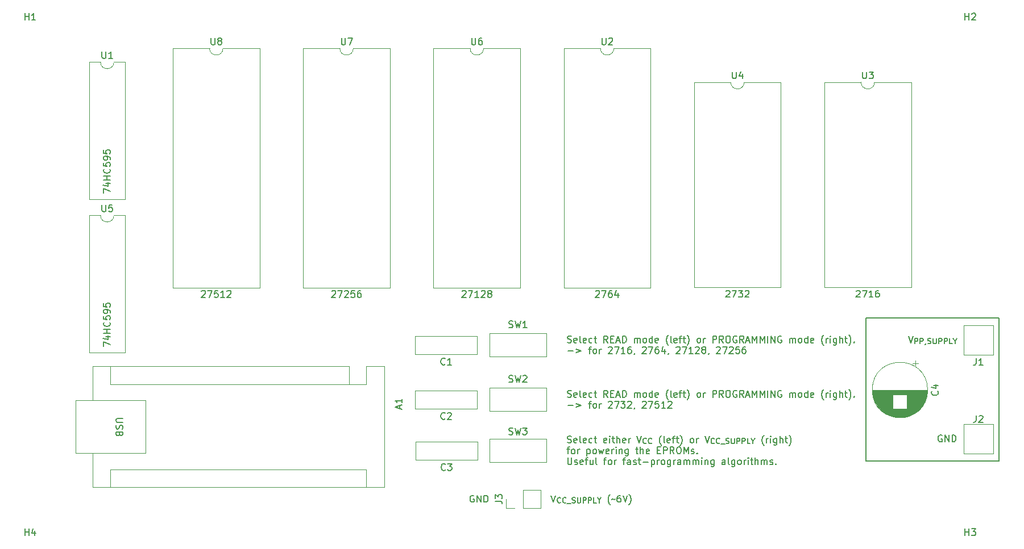
<source format=gto>
%TF.GenerationSoftware,KiCad,Pcbnew,(6.0.10-0)*%
%TF.CreationDate,2023-09-02T13:11:49+02:00*%
%TF.ProjectId,EPROM_FLASHER,4550524f-4d5f-4464-9c41-534845522e6b,rev?*%
%TF.SameCoordinates,Original*%
%TF.FileFunction,Legend,Top*%
%TF.FilePolarity,Positive*%
%FSLAX46Y46*%
G04 Gerber Fmt 4.6, Leading zero omitted, Abs format (unit mm)*
G04 Created by KiCad (PCBNEW (6.0.10-0)) date 2023-09-02 13:11:49*
%MOMM*%
%LPD*%
G01*
G04 APERTURE LIST*
%ADD10C,0.200000*%
%ADD11C,0.150000*%
%ADD12C,0.120000*%
G04 APERTURE END LIST*
D10*
X175260000Y-77216000D02*
X195072000Y-77216000D01*
X195072000Y-77216000D02*
X195072000Y-98552000D01*
X195072000Y-98552000D02*
X175260000Y-98552000D01*
X175260000Y-98552000D02*
X175260000Y-77216000D01*
D11*
X130843976Y-95822761D02*
X130986833Y-95870380D01*
X131224928Y-95870380D01*
X131320166Y-95822761D01*
X131367785Y-95775142D01*
X131415404Y-95679904D01*
X131415404Y-95584666D01*
X131367785Y-95489428D01*
X131320166Y-95441809D01*
X131224928Y-95394190D01*
X131034452Y-95346571D01*
X130939214Y-95298952D01*
X130891595Y-95251333D01*
X130843976Y-95156095D01*
X130843976Y-95060857D01*
X130891595Y-94965619D01*
X130939214Y-94918000D01*
X131034452Y-94870380D01*
X131272547Y-94870380D01*
X131415404Y-94918000D01*
X132224928Y-95822761D02*
X132129690Y-95870380D01*
X131939214Y-95870380D01*
X131843976Y-95822761D01*
X131796357Y-95727523D01*
X131796357Y-95346571D01*
X131843976Y-95251333D01*
X131939214Y-95203714D01*
X132129690Y-95203714D01*
X132224928Y-95251333D01*
X132272547Y-95346571D01*
X132272547Y-95441809D01*
X131796357Y-95537047D01*
X132843976Y-95870380D02*
X132748738Y-95822761D01*
X132701119Y-95727523D01*
X132701119Y-94870380D01*
X133605880Y-95822761D02*
X133510642Y-95870380D01*
X133320166Y-95870380D01*
X133224928Y-95822761D01*
X133177309Y-95727523D01*
X133177309Y-95346571D01*
X133224928Y-95251333D01*
X133320166Y-95203714D01*
X133510642Y-95203714D01*
X133605880Y-95251333D01*
X133653500Y-95346571D01*
X133653500Y-95441809D01*
X133177309Y-95537047D01*
X134510642Y-95822761D02*
X134415404Y-95870380D01*
X134224928Y-95870380D01*
X134129690Y-95822761D01*
X134082071Y-95775142D01*
X134034452Y-95679904D01*
X134034452Y-95394190D01*
X134082071Y-95298952D01*
X134129690Y-95251333D01*
X134224928Y-95203714D01*
X134415404Y-95203714D01*
X134510642Y-95251333D01*
X134796357Y-95203714D02*
X135177309Y-95203714D01*
X134939214Y-94870380D02*
X134939214Y-95727523D01*
X134986833Y-95822761D01*
X135082071Y-95870380D01*
X135177309Y-95870380D01*
X136653500Y-95822761D02*
X136558261Y-95870380D01*
X136367785Y-95870380D01*
X136272547Y-95822761D01*
X136224928Y-95727523D01*
X136224928Y-95346571D01*
X136272547Y-95251333D01*
X136367785Y-95203714D01*
X136558261Y-95203714D01*
X136653500Y-95251333D01*
X136701119Y-95346571D01*
X136701119Y-95441809D01*
X136224928Y-95537047D01*
X137129690Y-95870380D02*
X137129690Y-95203714D01*
X137129690Y-94870380D02*
X137082071Y-94918000D01*
X137129690Y-94965619D01*
X137177309Y-94918000D01*
X137129690Y-94870380D01*
X137129690Y-94965619D01*
X137463023Y-95203714D02*
X137843976Y-95203714D01*
X137605880Y-94870380D02*
X137605880Y-95727523D01*
X137653500Y-95822761D01*
X137748738Y-95870380D01*
X137843976Y-95870380D01*
X138177309Y-95870380D02*
X138177309Y-94870380D01*
X138605880Y-95870380D02*
X138605880Y-95346571D01*
X138558261Y-95251333D01*
X138463023Y-95203714D01*
X138320166Y-95203714D01*
X138224928Y-95251333D01*
X138177309Y-95298952D01*
X139463023Y-95822761D02*
X139367785Y-95870380D01*
X139177309Y-95870380D01*
X139082071Y-95822761D01*
X139034452Y-95727523D01*
X139034452Y-95346571D01*
X139082071Y-95251333D01*
X139177309Y-95203714D01*
X139367785Y-95203714D01*
X139463023Y-95251333D01*
X139510642Y-95346571D01*
X139510642Y-95441809D01*
X139034452Y-95537047D01*
X139939214Y-95870380D02*
X139939214Y-95203714D01*
X139939214Y-95394190D02*
X139986833Y-95298952D01*
X140034452Y-95251333D01*
X140129690Y-95203714D01*
X140224928Y-95203714D01*
X141177309Y-94870380D02*
X141510642Y-95870380D01*
X141843976Y-94870380D01*
X142586833Y-95903714D02*
X142548738Y-95941809D01*
X142434452Y-95979904D01*
X142358261Y-95979904D01*
X142243976Y-95941809D01*
X142167785Y-95865619D01*
X142129690Y-95789428D01*
X142091595Y-95637047D01*
X142091595Y-95522761D01*
X142129690Y-95370380D01*
X142167785Y-95294190D01*
X142243976Y-95218000D01*
X142358261Y-95179904D01*
X142434452Y-95179904D01*
X142548738Y-95218000D01*
X142586833Y-95256095D01*
X143386833Y-95903714D02*
X143348738Y-95941809D01*
X143234452Y-95979904D01*
X143158261Y-95979904D01*
X143043976Y-95941809D01*
X142967785Y-95865619D01*
X142929690Y-95789428D01*
X142891595Y-95637047D01*
X142891595Y-95522761D01*
X142929690Y-95370380D01*
X142967785Y-95294190D01*
X143043976Y-95218000D01*
X143158261Y-95179904D01*
X143234452Y-95179904D01*
X143348738Y-95218000D01*
X143386833Y-95256095D01*
X144824928Y-96251333D02*
X144777309Y-96203714D01*
X144682071Y-96060857D01*
X144634452Y-95965619D01*
X144586833Y-95822761D01*
X144539214Y-95584666D01*
X144539214Y-95394190D01*
X144586833Y-95156095D01*
X144634452Y-95013238D01*
X144682071Y-94918000D01*
X144777309Y-94775142D01*
X144824928Y-94727523D01*
X145348738Y-95870380D02*
X145253500Y-95822761D01*
X145205880Y-95727523D01*
X145205880Y-94870380D01*
X146110642Y-95822761D02*
X146015404Y-95870380D01*
X145824928Y-95870380D01*
X145729690Y-95822761D01*
X145682071Y-95727523D01*
X145682071Y-95346571D01*
X145729690Y-95251333D01*
X145824928Y-95203714D01*
X146015404Y-95203714D01*
X146110642Y-95251333D01*
X146158261Y-95346571D01*
X146158261Y-95441809D01*
X145682071Y-95537047D01*
X146443976Y-95203714D02*
X146824928Y-95203714D01*
X146586833Y-95870380D02*
X146586833Y-95013238D01*
X146634452Y-94918000D01*
X146729690Y-94870380D01*
X146824928Y-94870380D01*
X147015404Y-95203714D02*
X147396357Y-95203714D01*
X147158261Y-94870380D02*
X147158261Y-95727523D01*
X147205880Y-95822761D01*
X147301119Y-95870380D01*
X147396357Y-95870380D01*
X147634452Y-96251333D02*
X147682071Y-96203714D01*
X147777309Y-96060857D01*
X147824928Y-95965619D01*
X147872547Y-95822761D01*
X147920166Y-95584666D01*
X147920166Y-95394190D01*
X147872547Y-95156095D01*
X147824928Y-95013238D01*
X147777309Y-94918000D01*
X147682071Y-94775142D01*
X147634452Y-94727523D01*
X149301119Y-95870380D02*
X149205880Y-95822761D01*
X149158261Y-95775142D01*
X149110642Y-95679904D01*
X149110642Y-95394190D01*
X149158261Y-95298952D01*
X149205880Y-95251333D01*
X149301119Y-95203714D01*
X149443976Y-95203714D01*
X149539214Y-95251333D01*
X149586833Y-95298952D01*
X149634452Y-95394190D01*
X149634452Y-95679904D01*
X149586833Y-95775142D01*
X149539214Y-95822761D01*
X149443976Y-95870380D01*
X149301119Y-95870380D01*
X150063023Y-95870380D02*
X150063023Y-95203714D01*
X150063023Y-95394190D02*
X150110642Y-95298952D01*
X150158261Y-95251333D01*
X150253500Y-95203714D01*
X150348738Y-95203714D01*
X151301119Y-94870380D02*
X151634452Y-95870380D01*
X151967785Y-94870380D01*
X152710642Y-95903714D02*
X152672547Y-95941809D01*
X152558261Y-95979904D01*
X152482071Y-95979904D01*
X152367785Y-95941809D01*
X152291595Y-95865619D01*
X152253500Y-95789428D01*
X152215404Y-95637047D01*
X152215404Y-95522761D01*
X152253500Y-95370380D01*
X152291595Y-95294190D01*
X152367785Y-95218000D01*
X152482071Y-95179904D01*
X152558261Y-95179904D01*
X152672547Y-95218000D01*
X152710642Y-95256095D01*
X153510642Y-95903714D02*
X153472547Y-95941809D01*
X153358261Y-95979904D01*
X153282071Y-95979904D01*
X153167785Y-95941809D01*
X153091595Y-95865619D01*
X153053500Y-95789428D01*
X153015404Y-95637047D01*
X153015404Y-95522761D01*
X153053500Y-95370380D01*
X153091595Y-95294190D01*
X153167785Y-95218000D01*
X153282071Y-95179904D01*
X153358261Y-95179904D01*
X153472547Y-95218000D01*
X153510642Y-95256095D01*
X153663023Y-96056095D02*
X154272547Y-96056095D01*
X154424928Y-95941809D02*
X154539214Y-95979904D01*
X154729690Y-95979904D01*
X154805880Y-95941809D01*
X154843976Y-95903714D01*
X154882071Y-95827523D01*
X154882071Y-95751333D01*
X154843976Y-95675142D01*
X154805880Y-95637047D01*
X154729690Y-95598952D01*
X154577309Y-95560857D01*
X154501119Y-95522761D01*
X154463023Y-95484666D01*
X154424928Y-95408476D01*
X154424928Y-95332285D01*
X154463023Y-95256095D01*
X154501119Y-95218000D01*
X154577309Y-95179904D01*
X154767785Y-95179904D01*
X154882071Y-95218000D01*
X155224928Y-95179904D02*
X155224928Y-95827523D01*
X155263023Y-95903714D01*
X155301119Y-95941809D01*
X155377309Y-95979904D01*
X155529690Y-95979904D01*
X155605880Y-95941809D01*
X155643976Y-95903714D01*
X155682071Y-95827523D01*
X155682071Y-95179904D01*
X156063023Y-95979904D02*
X156063023Y-95179904D01*
X156367785Y-95179904D01*
X156443976Y-95218000D01*
X156482071Y-95256095D01*
X156520166Y-95332285D01*
X156520166Y-95446571D01*
X156482071Y-95522761D01*
X156443976Y-95560857D01*
X156367785Y-95598952D01*
X156063023Y-95598952D01*
X156863023Y-95979904D02*
X156863023Y-95179904D01*
X157167785Y-95179904D01*
X157243976Y-95218000D01*
X157282071Y-95256095D01*
X157320166Y-95332285D01*
X157320166Y-95446571D01*
X157282071Y-95522761D01*
X157243976Y-95560857D01*
X157167785Y-95598952D01*
X156863023Y-95598952D01*
X158043976Y-95979904D02*
X157663023Y-95979904D01*
X157663023Y-95179904D01*
X158463023Y-95598952D02*
X158463023Y-95979904D01*
X158196357Y-95179904D02*
X158463023Y-95598952D01*
X158729690Y-95179904D01*
X160091595Y-96251333D02*
X160043976Y-96203714D01*
X159948738Y-96060857D01*
X159901119Y-95965619D01*
X159853500Y-95822761D01*
X159805880Y-95584666D01*
X159805880Y-95394190D01*
X159853500Y-95156095D01*
X159901119Y-95013238D01*
X159948738Y-94918000D01*
X160043976Y-94775142D01*
X160091595Y-94727523D01*
X160472547Y-95870380D02*
X160472547Y-95203714D01*
X160472547Y-95394190D02*
X160520166Y-95298952D01*
X160567785Y-95251333D01*
X160663023Y-95203714D01*
X160758261Y-95203714D01*
X161091595Y-95870380D02*
X161091595Y-95203714D01*
X161091595Y-94870380D02*
X161043976Y-94918000D01*
X161091595Y-94965619D01*
X161139214Y-94918000D01*
X161091595Y-94870380D01*
X161091595Y-94965619D01*
X161996357Y-95203714D02*
X161996357Y-96013238D01*
X161948738Y-96108476D01*
X161901119Y-96156095D01*
X161805880Y-96203714D01*
X161663023Y-96203714D01*
X161567785Y-96156095D01*
X161996357Y-95822761D02*
X161901119Y-95870380D01*
X161710642Y-95870380D01*
X161615404Y-95822761D01*
X161567785Y-95775142D01*
X161520166Y-95679904D01*
X161520166Y-95394190D01*
X161567785Y-95298952D01*
X161615404Y-95251333D01*
X161710642Y-95203714D01*
X161901119Y-95203714D01*
X161996357Y-95251333D01*
X162472547Y-95870380D02*
X162472547Y-94870380D01*
X162901119Y-95870380D02*
X162901119Y-95346571D01*
X162853500Y-95251333D01*
X162758261Y-95203714D01*
X162615404Y-95203714D01*
X162520166Y-95251333D01*
X162472547Y-95298952D01*
X163234452Y-95203714D02*
X163615404Y-95203714D01*
X163377309Y-94870380D02*
X163377309Y-95727523D01*
X163424928Y-95822761D01*
X163520166Y-95870380D01*
X163615404Y-95870380D01*
X163853500Y-96251333D02*
X163901119Y-96203714D01*
X163996357Y-96060857D01*
X164043976Y-95965619D01*
X164091595Y-95822761D01*
X164139214Y-95584666D01*
X164139214Y-95394190D01*
X164091595Y-95156095D01*
X164043976Y-95013238D01*
X163996357Y-94918000D01*
X163901119Y-94775142D01*
X163853500Y-94727523D01*
X130748738Y-96813714D02*
X131129690Y-96813714D01*
X130891595Y-97480380D02*
X130891595Y-96623238D01*
X130939214Y-96528000D01*
X131034452Y-96480380D01*
X131129690Y-96480380D01*
X131605880Y-97480380D02*
X131510642Y-97432761D01*
X131463023Y-97385142D01*
X131415404Y-97289904D01*
X131415404Y-97004190D01*
X131463023Y-96908952D01*
X131510642Y-96861333D01*
X131605880Y-96813714D01*
X131748738Y-96813714D01*
X131843976Y-96861333D01*
X131891595Y-96908952D01*
X131939214Y-97004190D01*
X131939214Y-97289904D01*
X131891595Y-97385142D01*
X131843976Y-97432761D01*
X131748738Y-97480380D01*
X131605880Y-97480380D01*
X132367785Y-97480380D02*
X132367785Y-96813714D01*
X132367785Y-97004190D02*
X132415404Y-96908952D01*
X132463023Y-96861333D01*
X132558261Y-96813714D01*
X132653500Y-96813714D01*
X133748738Y-96813714D02*
X133748738Y-97813714D01*
X133748738Y-96861333D02*
X133843976Y-96813714D01*
X134034452Y-96813714D01*
X134129690Y-96861333D01*
X134177309Y-96908952D01*
X134224928Y-97004190D01*
X134224928Y-97289904D01*
X134177309Y-97385142D01*
X134129690Y-97432761D01*
X134034452Y-97480380D01*
X133843976Y-97480380D01*
X133748738Y-97432761D01*
X134796357Y-97480380D02*
X134701119Y-97432761D01*
X134653500Y-97385142D01*
X134605880Y-97289904D01*
X134605880Y-97004190D01*
X134653500Y-96908952D01*
X134701119Y-96861333D01*
X134796357Y-96813714D01*
X134939214Y-96813714D01*
X135034452Y-96861333D01*
X135082071Y-96908952D01*
X135129690Y-97004190D01*
X135129690Y-97289904D01*
X135082071Y-97385142D01*
X135034452Y-97432761D01*
X134939214Y-97480380D01*
X134796357Y-97480380D01*
X135463023Y-96813714D02*
X135653500Y-97480380D01*
X135843976Y-97004190D01*
X136034452Y-97480380D01*
X136224928Y-96813714D01*
X136986833Y-97432761D02*
X136891595Y-97480380D01*
X136701119Y-97480380D01*
X136605880Y-97432761D01*
X136558261Y-97337523D01*
X136558261Y-96956571D01*
X136605880Y-96861333D01*
X136701119Y-96813714D01*
X136891595Y-96813714D01*
X136986833Y-96861333D01*
X137034452Y-96956571D01*
X137034452Y-97051809D01*
X136558261Y-97147047D01*
X137463023Y-97480380D02*
X137463023Y-96813714D01*
X137463023Y-97004190D02*
X137510642Y-96908952D01*
X137558261Y-96861333D01*
X137653500Y-96813714D01*
X137748738Y-96813714D01*
X138082071Y-97480380D02*
X138082071Y-96813714D01*
X138082071Y-96480380D02*
X138034452Y-96528000D01*
X138082071Y-96575619D01*
X138129690Y-96528000D01*
X138082071Y-96480380D01*
X138082071Y-96575619D01*
X138558261Y-96813714D02*
X138558261Y-97480380D01*
X138558261Y-96908952D02*
X138605880Y-96861333D01*
X138701119Y-96813714D01*
X138843976Y-96813714D01*
X138939214Y-96861333D01*
X138986833Y-96956571D01*
X138986833Y-97480380D01*
X139891595Y-96813714D02*
X139891595Y-97623238D01*
X139843976Y-97718476D01*
X139796357Y-97766095D01*
X139701119Y-97813714D01*
X139558261Y-97813714D01*
X139463023Y-97766095D01*
X139891595Y-97432761D02*
X139796357Y-97480380D01*
X139605880Y-97480380D01*
X139510642Y-97432761D01*
X139463023Y-97385142D01*
X139415404Y-97289904D01*
X139415404Y-97004190D01*
X139463023Y-96908952D01*
X139510642Y-96861333D01*
X139605880Y-96813714D01*
X139796357Y-96813714D01*
X139891595Y-96861333D01*
X140986833Y-96813714D02*
X141367785Y-96813714D01*
X141129690Y-96480380D02*
X141129690Y-97337523D01*
X141177309Y-97432761D01*
X141272547Y-97480380D01*
X141367785Y-97480380D01*
X141701119Y-97480380D02*
X141701119Y-96480380D01*
X142129690Y-97480380D02*
X142129690Y-96956571D01*
X142082071Y-96861333D01*
X141986833Y-96813714D01*
X141843976Y-96813714D01*
X141748738Y-96861333D01*
X141701119Y-96908952D01*
X142986833Y-97432761D02*
X142891595Y-97480380D01*
X142701119Y-97480380D01*
X142605880Y-97432761D01*
X142558261Y-97337523D01*
X142558261Y-96956571D01*
X142605880Y-96861333D01*
X142701119Y-96813714D01*
X142891595Y-96813714D01*
X142986833Y-96861333D01*
X143034452Y-96956571D01*
X143034452Y-97051809D01*
X142558261Y-97147047D01*
X144224928Y-96956571D02*
X144558261Y-96956571D01*
X144701119Y-97480380D02*
X144224928Y-97480380D01*
X144224928Y-96480380D01*
X144701119Y-96480380D01*
X145129690Y-97480380D02*
X145129690Y-96480380D01*
X145510642Y-96480380D01*
X145605880Y-96528000D01*
X145653500Y-96575619D01*
X145701119Y-96670857D01*
X145701119Y-96813714D01*
X145653500Y-96908952D01*
X145605880Y-96956571D01*
X145510642Y-97004190D01*
X145129690Y-97004190D01*
X146701119Y-97480380D02*
X146367785Y-97004190D01*
X146129690Y-97480380D02*
X146129690Y-96480380D01*
X146510642Y-96480380D01*
X146605880Y-96528000D01*
X146653500Y-96575619D01*
X146701119Y-96670857D01*
X146701119Y-96813714D01*
X146653500Y-96908952D01*
X146605880Y-96956571D01*
X146510642Y-97004190D01*
X146129690Y-97004190D01*
X147320166Y-96480380D02*
X147510642Y-96480380D01*
X147605880Y-96528000D01*
X147701119Y-96623238D01*
X147748738Y-96813714D01*
X147748738Y-97147047D01*
X147701119Y-97337523D01*
X147605880Y-97432761D01*
X147510642Y-97480380D01*
X147320166Y-97480380D01*
X147224928Y-97432761D01*
X147129690Y-97337523D01*
X147082071Y-97147047D01*
X147082071Y-96813714D01*
X147129690Y-96623238D01*
X147224928Y-96528000D01*
X147320166Y-96480380D01*
X148177309Y-97480380D02*
X148177309Y-96480380D01*
X148510642Y-97194666D01*
X148843976Y-96480380D01*
X148843976Y-97480380D01*
X149272547Y-97432761D02*
X149367785Y-97480380D01*
X149558261Y-97480380D01*
X149653500Y-97432761D01*
X149701119Y-97337523D01*
X149701119Y-97289904D01*
X149653500Y-97194666D01*
X149558261Y-97147047D01*
X149415404Y-97147047D01*
X149320166Y-97099428D01*
X149272547Y-97004190D01*
X149272547Y-96956571D01*
X149320166Y-96861333D01*
X149415404Y-96813714D01*
X149558261Y-96813714D01*
X149653500Y-96861333D01*
X150129690Y-97385142D02*
X150177309Y-97432761D01*
X150129690Y-97480380D01*
X150082071Y-97432761D01*
X150129690Y-97385142D01*
X150129690Y-97480380D01*
X130891595Y-98090380D02*
X130891595Y-98899904D01*
X130939214Y-98995142D01*
X130986833Y-99042761D01*
X131082071Y-99090380D01*
X131272547Y-99090380D01*
X131367785Y-99042761D01*
X131415404Y-98995142D01*
X131463023Y-98899904D01*
X131463023Y-98090380D01*
X131891595Y-99042761D02*
X131986833Y-99090380D01*
X132177309Y-99090380D01*
X132272547Y-99042761D01*
X132320166Y-98947523D01*
X132320166Y-98899904D01*
X132272547Y-98804666D01*
X132177309Y-98757047D01*
X132034452Y-98757047D01*
X131939214Y-98709428D01*
X131891595Y-98614190D01*
X131891595Y-98566571D01*
X131939214Y-98471333D01*
X132034452Y-98423714D01*
X132177309Y-98423714D01*
X132272547Y-98471333D01*
X133129690Y-99042761D02*
X133034452Y-99090380D01*
X132843976Y-99090380D01*
X132748738Y-99042761D01*
X132701119Y-98947523D01*
X132701119Y-98566571D01*
X132748738Y-98471333D01*
X132843976Y-98423714D01*
X133034452Y-98423714D01*
X133129690Y-98471333D01*
X133177309Y-98566571D01*
X133177309Y-98661809D01*
X132701119Y-98757047D01*
X133463023Y-98423714D02*
X133843976Y-98423714D01*
X133605880Y-99090380D02*
X133605880Y-98233238D01*
X133653500Y-98138000D01*
X133748738Y-98090380D01*
X133843976Y-98090380D01*
X134605880Y-98423714D02*
X134605880Y-99090380D01*
X134177309Y-98423714D02*
X134177309Y-98947523D01*
X134224928Y-99042761D01*
X134320166Y-99090380D01*
X134463023Y-99090380D01*
X134558261Y-99042761D01*
X134605880Y-98995142D01*
X135224928Y-99090380D02*
X135129690Y-99042761D01*
X135082071Y-98947523D01*
X135082071Y-98090380D01*
X136224928Y-98423714D02*
X136605880Y-98423714D01*
X136367785Y-99090380D02*
X136367785Y-98233238D01*
X136415404Y-98138000D01*
X136510642Y-98090380D01*
X136605880Y-98090380D01*
X137082071Y-99090380D02*
X136986833Y-99042761D01*
X136939214Y-98995142D01*
X136891595Y-98899904D01*
X136891595Y-98614190D01*
X136939214Y-98518952D01*
X136986833Y-98471333D01*
X137082071Y-98423714D01*
X137224928Y-98423714D01*
X137320166Y-98471333D01*
X137367785Y-98518952D01*
X137415404Y-98614190D01*
X137415404Y-98899904D01*
X137367785Y-98995142D01*
X137320166Y-99042761D01*
X137224928Y-99090380D01*
X137082071Y-99090380D01*
X137843976Y-99090380D02*
X137843976Y-98423714D01*
X137843976Y-98614190D02*
X137891595Y-98518952D01*
X137939214Y-98471333D01*
X138034452Y-98423714D01*
X138129690Y-98423714D01*
X139082071Y-98423714D02*
X139463023Y-98423714D01*
X139224928Y-99090380D02*
X139224928Y-98233238D01*
X139272547Y-98138000D01*
X139367785Y-98090380D01*
X139463023Y-98090380D01*
X140224928Y-99090380D02*
X140224928Y-98566571D01*
X140177309Y-98471333D01*
X140082071Y-98423714D01*
X139891595Y-98423714D01*
X139796357Y-98471333D01*
X140224928Y-99042761D02*
X140129690Y-99090380D01*
X139891595Y-99090380D01*
X139796357Y-99042761D01*
X139748738Y-98947523D01*
X139748738Y-98852285D01*
X139796357Y-98757047D01*
X139891595Y-98709428D01*
X140129690Y-98709428D01*
X140224928Y-98661809D01*
X140653500Y-99042761D02*
X140748738Y-99090380D01*
X140939214Y-99090380D01*
X141034452Y-99042761D01*
X141082071Y-98947523D01*
X141082071Y-98899904D01*
X141034452Y-98804666D01*
X140939214Y-98757047D01*
X140796357Y-98757047D01*
X140701119Y-98709428D01*
X140653500Y-98614190D01*
X140653500Y-98566571D01*
X140701119Y-98471333D01*
X140796357Y-98423714D01*
X140939214Y-98423714D01*
X141034452Y-98471333D01*
X141367785Y-98423714D02*
X141748738Y-98423714D01*
X141510642Y-98090380D02*
X141510642Y-98947523D01*
X141558261Y-99042761D01*
X141653500Y-99090380D01*
X141748738Y-99090380D01*
X142082071Y-98709428D02*
X142843976Y-98709428D01*
X143320166Y-98423714D02*
X143320166Y-99423714D01*
X143320166Y-98471333D02*
X143415404Y-98423714D01*
X143605880Y-98423714D01*
X143701119Y-98471333D01*
X143748738Y-98518952D01*
X143796357Y-98614190D01*
X143796357Y-98899904D01*
X143748738Y-98995142D01*
X143701119Y-99042761D01*
X143605880Y-99090380D01*
X143415404Y-99090380D01*
X143320166Y-99042761D01*
X144224928Y-99090380D02*
X144224928Y-98423714D01*
X144224928Y-98614190D02*
X144272547Y-98518952D01*
X144320166Y-98471333D01*
X144415404Y-98423714D01*
X144510642Y-98423714D01*
X144986833Y-99090380D02*
X144891595Y-99042761D01*
X144843976Y-98995142D01*
X144796357Y-98899904D01*
X144796357Y-98614190D01*
X144843976Y-98518952D01*
X144891595Y-98471333D01*
X144986833Y-98423714D01*
X145129690Y-98423714D01*
X145224928Y-98471333D01*
X145272547Y-98518952D01*
X145320166Y-98614190D01*
X145320166Y-98899904D01*
X145272547Y-98995142D01*
X145224928Y-99042761D01*
X145129690Y-99090380D01*
X144986833Y-99090380D01*
X146177309Y-98423714D02*
X146177309Y-99233238D01*
X146129690Y-99328476D01*
X146082071Y-99376095D01*
X145986833Y-99423714D01*
X145843976Y-99423714D01*
X145748738Y-99376095D01*
X146177309Y-99042761D02*
X146082071Y-99090380D01*
X145891595Y-99090380D01*
X145796357Y-99042761D01*
X145748738Y-98995142D01*
X145701119Y-98899904D01*
X145701119Y-98614190D01*
X145748738Y-98518952D01*
X145796357Y-98471333D01*
X145891595Y-98423714D01*
X146082071Y-98423714D01*
X146177309Y-98471333D01*
X146653500Y-99090380D02*
X146653500Y-98423714D01*
X146653500Y-98614190D02*
X146701119Y-98518952D01*
X146748738Y-98471333D01*
X146843976Y-98423714D01*
X146939214Y-98423714D01*
X147701119Y-99090380D02*
X147701119Y-98566571D01*
X147653500Y-98471333D01*
X147558261Y-98423714D01*
X147367785Y-98423714D01*
X147272547Y-98471333D01*
X147701119Y-99042761D02*
X147605880Y-99090380D01*
X147367785Y-99090380D01*
X147272547Y-99042761D01*
X147224928Y-98947523D01*
X147224928Y-98852285D01*
X147272547Y-98757047D01*
X147367785Y-98709428D01*
X147605880Y-98709428D01*
X147701119Y-98661809D01*
X148177309Y-99090380D02*
X148177309Y-98423714D01*
X148177309Y-98518952D02*
X148224928Y-98471333D01*
X148320166Y-98423714D01*
X148463023Y-98423714D01*
X148558261Y-98471333D01*
X148605880Y-98566571D01*
X148605880Y-99090380D01*
X148605880Y-98566571D02*
X148653500Y-98471333D01*
X148748738Y-98423714D01*
X148891595Y-98423714D01*
X148986833Y-98471333D01*
X149034452Y-98566571D01*
X149034452Y-99090380D01*
X149510642Y-99090380D02*
X149510642Y-98423714D01*
X149510642Y-98518952D02*
X149558261Y-98471333D01*
X149653500Y-98423714D01*
X149796357Y-98423714D01*
X149891595Y-98471333D01*
X149939214Y-98566571D01*
X149939214Y-99090380D01*
X149939214Y-98566571D02*
X149986833Y-98471333D01*
X150082071Y-98423714D01*
X150224928Y-98423714D01*
X150320166Y-98471333D01*
X150367785Y-98566571D01*
X150367785Y-99090380D01*
X150843976Y-99090380D02*
X150843976Y-98423714D01*
X150843976Y-98090380D02*
X150796357Y-98138000D01*
X150843976Y-98185619D01*
X150891595Y-98138000D01*
X150843976Y-98090380D01*
X150843976Y-98185619D01*
X151320166Y-98423714D02*
X151320166Y-99090380D01*
X151320166Y-98518952D02*
X151367785Y-98471333D01*
X151463023Y-98423714D01*
X151605880Y-98423714D01*
X151701119Y-98471333D01*
X151748738Y-98566571D01*
X151748738Y-99090380D01*
X152653500Y-98423714D02*
X152653500Y-99233238D01*
X152605880Y-99328476D01*
X152558261Y-99376095D01*
X152463023Y-99423714D01*
X152320166Y-99423714D01*
X152224928Y-99376095D01*
X152653500Y-99042761D02*
X152558261Y-99090380D01*
X152367785Y-99090380D01*
X152272547Y-99042761D01*
X152224928Y-98995142D01*
X152177309Y-98899904D01*
X152177309Y-98614190D01*
X152224928Y-98518952D01*
X152272547Y-98471333D01*
X152367785Y-98423714D01*
X152558261Y-98423714D01*
X152653500Y-98471333D01*
X154320166Y-99090380D02*
X154320166Y-98566571D01*
X154272547Y-98471333D01*
X154177309Y-98423714D01*
X153986833Y-98423714D01*
X153891595Y-98471333D01*
X154320166Y-99042761D02*
X154224928Y-99090380D01*
X153986833Y-99090380D01*
X153891595Y-99042761D01*
X153843976Y-98947523D01*
X153843976Y-98852285D01*
X153891595Y-98757047D01*
X153986833Y-98709428D01*
X154224928Y-98709428D01*
X154320166Y-98661809D01*
X154939214Y-99090380D02*
X154843976Y-99042761D01*
X154796357Y-98947523D01*
X154796357Y-98090380D01*
X155748738Y-98423714D02*
X155748738Y-99233238D01*
X155701119Y-99328476D01*
X155653500Y-99376095D01*
X155558261Y-99423714D01*
X155415404Y-99423714D01*
X155320166Y-99376095D01*
X155748738Y-99042761D02*
X155653500Y-99090380D01*
X155463023Y-99090380D01*
X155367785Y-99042761D01*
X155320166Y-98995142D01*
X155272547Y-98899904D01*
X155272547Y-98614190D01*
X155320166Y-98518952D01*
X155367785Y-98471333D01*
X155463023Y-98423714D01*
X155653500Y-98423714D01*
X155748738Y-98471333D01*
X156367785Y-99090380D02*
X156272547Y-99042761D01*
X156224928Y-98995142D01*
X156177309Y-98899904D01*
X156177309Y-98614190D01*
X156224928Y-98518952D01*
X156272547Y-98471333D01*
X156367785Y-98423714D01*
X156510642Y-98423714D01*
X156605880Y-98471333D01*
X156653500Y-98518952D01*
X156701119Y-98614190D01*
X156701119Y-98899904D01*
X156653500Y-98995142D01*
X156605880Y-99042761D01*
X156510642Y-99090380D01*
X156367785Y-99090380D01*
X157129690Y-99090380D02*
X157129690Y-98423714D01*
X157129690Y-98614190D02*
X157177309Y-98518952D01*
X157224928Y-98471333D01*
X157320166Y-98423714D01*
X157415404Y-98423714D01*
X157748738Y-99090380D02*
X157748738Y-98423714D01*
X157748738Y-98090380D02*
X157701119Y-98138000D01*
X157748738Y-98185619D01*
X157796357Y-98138000D01*
X157748738Y-98090380D01*
X157748738Y-98185619D01*
X158082071Y-98423714D02*
X158463023Y-98423714D01*
X158224928Y-98090380D02*
X158224928Y-98947523D01*
X158272547Y-99042761D01*
X158367785Y-99090380D01*
X158463023Y-99090380D01*
X158796357Y-99090380D02*
X158796357Y-98090380D01*
X159224928Y-99090380D02*
X159224928Y-98566571D01*
X159177309Y-98471333D01*
X159082071Y-98423714D01*
X158939214Y-98423714D01*
X158843976Y-98471333D01*
X158796357Y-98518952D01*
X159701119Y-99090380D02*
X159701119Y-98423714D01*
X159701119Y-98518952D02*
X159748738Y-98471333D01*
X159843976Y-98423714D01*
X159986833Y-98423714D01*
X160082071Y-98471333D01*
X160129690Y-98566571D01*
X160129690Y-99090380D01*
X160129690Y-98566571D02*
X160177309Y-98471333D01*
X160272547Y-98423714D01*
X160415404Y-98423714D01*
X160510642Y-98471333D01*
X160558261Y-98566571D01*
X160558261Y-99090380D01*
X160986833Y-99042761D02*
X161082071Y-99090380D01*
X161272547Y-99090380D01*
X161367785Y-99042761D01*
X161415404Y-98947523D01*
X161415404Y-98899904D01*
X161367785Y-98804666D01*
X161272547Y-98757047D01*
X161129690Y-98757047D01*
X161034452Y-98709428D01*
X160986833Y-98614190D01*
X160986833Y-98566571D01*
X161034452Y-98471333D01*
X161129690Y-98423714D01*
X161272547Y-98423714D01*
X161367785Y-98471333D01*
X161843976Y-98995142D02*
X161891595Y-99042761D01*
X161843976Y-99090380D01*
X161796357Y-99042761D01*
X161843976Y-98995142D01*
X161843976Y-99090380D01*
X116887895Y-103745250D02*
X116792657Y-103697630D01*
X116649800Y-103697630D01*
X116506942Y-103745250D01*
X116411704Y-103840488D01*
X116364085Y-103935726D01*
X116316466Y-104126202D01*
X116316466Y-104269059D01*
X116364085Y-104459535D01*
X116411704Y-104554773D01*
X116506942Y-104650011D01*
X116649800Y-104697630D01*
X116745038Y-104697630D01*
X116887895Y-104650011D01*
X116935514Y-104602392D01*
X116935514Y-104269059D01*
X116745038Y-104269059D01*
X117364085Y-104697630D02*
X117364085Y-103697630D01*
X117935514Y-104697630D01*
X117935514Y-103697630D01*
X118411704Y-104697630D02*
X118411704Y-103697630D01*
X118649800Y-103697630D01*
X118792657Y-103745250D01*
X118887895Y-103840488D01*
X118935514Y-103935726D01*
X118983133Y-104126202D01*
X118983133Y-104269059D01*
X118935514Y-104459535D01*
X118887895Y-104554773D01*
X118792657Y-104650011D01*
X118649800Y-104697630D01*
X118411704Y-104697630D01*
X181602309Y-79970380D02*
X181935642Y-80970380D01*
X182268976Y-79970380D01*
X182554690Y-81079904D02*
X182554690Y-80279904D01*
X182859452Y-80279904D01*
X182935642Y-80318000D01*
X182973738Y-80356095D01*
X183011833Y-80432285D01*
X183011833Y-80546571D01*
X182973738Y-80622761D01*
X182935642Y-80660857D01*
X182859452Y-80698952D01*
X182554690Y-80698952D01*
X183354690Y-81079904D02*
X183354690Y-80279904D01*
X183659452Y-80279904D01*
X183735642Y-80318000D01*
X183773738Y-80356095D01*
X183811833Y-80432285D01*
X183811833Y-80546571D01*
X183773738Y-80622761D01*
X183735642Y-80660857D01*
X183659452Y-80698952D01*
X183354690Y-80698952D01*
X184192785Y-81041809D02*
X184192785Y-81079904D01*
X184154690Y-81156095D01*
X184116595Y-81194190D01*
X184497547Y-81041809D02*
X184611833Y-81079904D01*
X184802309Y-81079904D01*
X184878500Y-81041809D01*
X184916595Y-81003714D01*
X184954690Y-80927523D01*
X184954690Y-80851333D01*
X184916595Y-80775142D01*
X184878500Y-80737047D01*
X184802309Y-80698952D01*
X184649928Y-80660857D01*
X184573738Y-80622761D01*
X184535642Y-80584666D01*
X184497547Y-80508476D01*
X184497547Y-80432285D01*
X184535642Y-80356095D01*
X184573738Y-80318000D01*
X184649928Y-80279904D01*
X184840404Y-80279904D01*
X184954690Y-80318000D01*
X185297547Y-80279904D02*
X185297547Y-80927523D01*
X185335642Y-81003714D01*
X185373738Y-81041809D01*
X185449928Y-81079904D01*
X185602309Y-81079904D01*
X185678500Y-81041809D01*
X185716595Y-81003714D01*
X185754690Y-80927523D01*
X185754690Y-80279904D01*
X186135642Y-81079904D02*
X186135642Y-80279904D01*
X186440404Y-80279904D01*
X186516595Y-80318000D01*
X186554690Y-80356095D01*
X186592785Y-80432285D01*
X186592785Y-80546571D01*
X186554690Y-80622761D01*
X186516595Y-80660857D01*
X186440404Y-80698952D01*
X186135642Y-80698952D01*
X186935642Y-81079904D02*
X186935642Y-80279904D01*
X187240404Y-80279904D01*
X187316595Y-80318000D01*
X187354690Y-80356095D01*
X187392785Y-80432285D01*
X187392785Y-80546571D01*
X187354690Y-80622761D01*
X187316595Y-80660857D01*
X187240404Y-80698952D01*
X186935642Y-80698952D01*
X188116595Y-81079904D02*
X187735642Y-81079904D01*
X187735642Y-80279904D01*
X188535642Y-80698952D02*
X188535642Y-81079904D01*
X188268976Y-80279904D02*
X188535642Y-80698952D01*
X188802309Y-80279904D01*
X186592785Y-94750000D02*
X186497547Y-94702380D01*
X186354690Y-94702380D01*
X186211833Y-94750000D01*
X186116595Y-94845238D01*
X186068976Y-94940476D01*
X186021357Y-95130952D01*
X186021357Y-95273809D01*
X186068976Y-95464285D01*
X186116595Y-95559523D01*
X186211833Y-95654761D01*
X186354690Y-95702380D01*
X186449928Y-95702380D01*
X186592785Y-95654761D01*
X186640404Y-95607142D01*
X186640404Y-95273809D01*
X186449928Y-95273809D01*
X187068976Y-95702380D02*
X187068976Y-94702380D01*
X187640404Y-95702380D01*
X187640404Y-94702380D01*
X188116595Y-95702380D02*
X188116595Y-94702380D01*
X188354690Y-94702380D01*
X188497547Y-94750000D01*
X188592785Y-94845238D01*
X188640404Y-94940476D01*
X188688023Y-95130952D01*
X188688023Y-95273809D01*
X188640404Y-95464285D01*
X188592785Y-95559523D01*
X188497547Y-95654761D01*
X188354690Y-95702380D01*
X188116595Y-95702380D01*
X130843976Y-89007761D02*
X130986833Y-89055380D01*
X131224928Y-89055380D01*
X131320166Y-89007761D01*
X131367785Y-88960142D01*
X131415404Y-88864904D01*
X131415404Y-88769666D01*
X131367785Y-88674428D01*
X131320166Y-88626809D01*
X131224928Y-88579190D01*
X131034452Y-88531571D01*
X130939214Y-88483952D01*
X130891595Y-88436333D01*
X130843976Y-88341095D01*
X130843976Y-88245857D01*
X130891595Y-88150619D01*
X130939214Y-88103000D01*
X131034452Y-88055380D01*
X131272547Y-88055380D01*
X131415404Y-88103000D01*
X132224928Y-89007761D02*
X132129690Y-89055380D01*
X131939214Y-89055380D01*
X131843976Y-89007761D01*
X131796357Y-88912523D01*
X131796357Y-88531571D01*
X131843976Y-88436333D01*
X131939214Y-88388714D01*
X132129690Y-88388714D01*
X132224928Y-88436333D01*
X132272547Y-88531571D01*
X132272547Y-88626809D01*
X131796357Y-88722047D01*
X132843976Y-89055380D02*
X132748738Y-89007761D01*
X132701119Y-88912523D01*
X132701119Y-88055380D01*
X133605880Y-89007761D02*
X133510642Y-89055380D01*
X133320166Y-89055380D01*
X133224928Y-89007761D01*
X133177309Y-88912523D01*
X133177309Y-88531571D01*
X133224928Y-88436333D01*
X133320166Y-88388714D01*
X133510642Y-88388714D01*
X133605880Y-88436333D01*
X133653500Y-88531571D01*
X133653500Y-88626809D01*
X133177309Y-88722047D01*
X134510642Y-89007761D02*
X134415404Y-89055380D01*
X134224928Y-89055380D01*
X134129690Y-89007761D01*
X134082071Y-88960142D01*
X134034452Y-88864904D01*
X134034452Y-88579190D01*
X134082071Y-88483952D01*
X134129690Y-88436333D01*
X134224928Y-88388714D01*
X134415404Y-88388714D01*
X134510642Y-88436333D01*
X134796357Y-88388714D02*
X135177309Y-88388714D01*
X134939214Y-88055380D02*
X134939214Y-88912523D01*
X134986833Y-89007761D01*
X135082071Y-89055380D01*
X135177309Y-89055380D01*
X136843976Y-89055380D02*
X136510642Y-88579190D01*
X136272547Y-89055380D02*
X136272547Y-88055380D01*
X136653500Y-88055380D01*
X136748738Y-88103000D01*
X136796357Y-88150619D01*
X136843976Y-88245857D01*
X136843976Y-88388714D01*
X136796357Y-88483952D01*
X136748738Y-88531571D01*
X136653500Y-88579190D01*
X136272547Y-88579190D01*
X137272547Y-88531571D02*
X137605880Y-88531571D01*
X137748738Y-89055380D02*
X137272547Y-89055380D01*
X137272547Y-88055380D01*
X137748738Y-88055380D01*
X138129690Y-88769666D02*
X138605880Y-88769666D01*
X138034452Y-89055380D02*
X138367785Y-88055380D01*
X138701119Y-89055380D01*
X139034452Y-89055380D02*
X139034452Y-88055380D01*
X139272547Y-88055380D01*
X139415404Y-88103000D01*
X139510642Y-88198238D01*
X139558261Y-88293476D01*
X139605880Y-88483952D01*
X139605880Y-88626809D01*
X139558261Y-88817285D01*
X139510642Y-88912523D01*
X139415404Y-89007761D01*
X139272547Y-89055380D01*
X139034452Y-89055380D01*
X140796357Y-89055380D02*
X140796357Y-88388714D01*
X140796357Y-88483952D02*
X140843976Y-88436333D01*
X140939214Y-88388714D01*
X141082071Y-88388714D01*
X141177309Y-88436333D01*
X141224928Y-88531571D01*
X141224928Y-89055380D01*
X141224928Y-88531571D02*
X141272547Y-88436333D01*
X141367785Y-88388714D01*
X141510642Y-88388714D01*
X141605880Y-88436333D01*
X141653500Y-88531571D01*
X141653500Y-89055380D01*
X142272547Y-89055380D02*
X142177309Y-89007761D01*
X142129690Y-88960142D01*
X142082071Y-88864904D01*
X142082071Y-88579190D01*
X142129690Y-88483952D01*
X142177309Y-88436333D01*
X142272547Y-88388714D01*
X142415404Y-88388714D01*
X142510642Y-88436333D01*
X142558261Y-88483952D01*
X142605880Y-88579190D01*
X142605880Y-88864904D01*
X142558261Y-88960142D01*
X142510642Y-89007761D01*
X142415404Y-89055380D01*
X142272547Y-89055380D01*
X143463023Y-89055380D02*
X143463023Y-88055380D01*
X143463023Y-89007761D02*
X143367785Y-89055380D01*
X143177309Y-89055380D01*
X143082071Y-89007761D01*
X143034452Y-88960142D01*
X142986833Y-88864904D01*
X142986833Y-88579190D01*
X143034452Y-88483952D01*
X143082071Y-88436333D01*
X143177309Y-88388714D01*
X143367785Y-88388714D01*
X143463023Y-88436333D01*
X144320166Y-89007761D02*
X144224928Y-89055380D01*
X144034452Y-89055380D01*
X143939214Y-89007761D01*
X143891595Y-88912523D01*
X143891595Y-88531571D01*
X143939214Y-88436333D01*
X144034452Y-88388714D01*
X144224928Y-88388714D01*
X144320166Y-88436333D01*
X144367785Y-88531571D01*
X144367785Y-88626809D01*
X143891595Y-88722047D01*
X145843976Y-89436333D02*
X145796357Y-89388714D01*
X145701119Y-89245857D01*
X145653500Y-89150619D01*
X145605880Y-89007761D01*
X145558261Y-88769666D01*
X145558261Y-88579190D01*
X145605880Y-88341095D01*
X145653500Y-88198238D01*
X145701119Y-88103000D01*
X145796357Y-87960142D01*
X145843976Y-87912523D01*
X146367785Y-89055380D02*
X146272547Y-89007761D01*
X146224928Y-88912523D01*
X146224928Y-88055380D01*
X147129690Y-89007761D02*
X147034452Y-89055380D01*
X146843976Y-89055380D01*
X146748738Y-89007761D01*
X146701119Y-88912523D01*
X146701119Y-88531571D01*
X146748738Y-88436333D01*
X146843976Y-88388714D01*
X147034452Y-88388714D01*
X147129690Y-88436333D01*
X147177309Y-88531571D01*
X147177309Y-88626809D01*
X146701119Y-88722047D01*
X147463023Y-88388714D02*
X147843976Y-88388714D01*
X147605880Y-89055380D02*
X147605880Y-88198238D01*
X147653500Y-88103000D01*
X147748738Y-88055380D01*
X147843976Y-88055380D01*
X148034452Y-88388714D02*
X148415404Y-88388714D01*
X148177309Y-88055380D02*
X148177309Y-88912523D01*
X148224928Y-89007761D01*
X148320166Y-89055380D01*
X148415404Y-89055380D01*
X148653500Y-89436333D02*
X148701119Y-89388714D01*
X148796357Y-89245857D01*
X148843976Y-89150619D01*
X148891595Y-89007761D01*
X148939214Y-88769666D01*
X148939214Y-88579190D01*
X148891595Y-88341095D01*
X148843976Y-88198238D01*
X148796357Y-88103000D01*
X148701119Y-87960142D01*
X148653500Y-87912523D01*
X150320166Y-89055380D02*
X150224928Y-89007761D01*
X150177309Y-88960142D01*
X150129690Y-88864904D01*
X150129690Y-88579190D01*
X150177309Y-88483952D01*
X150224928Y-88436333D01*
X150320166Y-88388714D01*
X150463023Y-88388714D01*
X150558261Y-88436333D01*
X150605880Y-88483952D01*
X150653500Y-88579190D01*
X150653500Y-88864904D01*
X150605880Y-88960142D01*
X150558261Y-89007761D01*
X150463023Y-89055380D01*
X150320166Y-89055380D01*
X151082071Y-89055380D02*
X151082071Y-88388714D01*
X151082071Y-88579190D02*
X151129690Y-88483952D01*
X151177309Y-88436333D01*
X151272547Y-88388714D01*
X151367785Y-88388714D01*
X152463023Y-89055380D02*
X152463023Y-88055380D01*
X152843976Y-88055380D01*
X152939214Y-88103000D01*
X152986833Y-88150619D01*
X153034452Y-88245857D01*
X153034452Y-88388714D01*
X152986833Y-88483952D01*
X152939214Y-88531571D01*
X152843976Y-88579190D01*
X152463023Y-88579190D01*
X154034452Y-89055380D02*
X153701119Y-88579190D01*
X153463023Y-89055380D02*
X153463023Y-88055380D01*
X153843976Y-88055380D01*
X153939214Y-88103000D01*
X153986833Y-88150619D01*
X154034452Y-88245857D01*
X154034452Y-88388714D01*
X153986833Y-88483952D01*
X153939214Y-88531571D01*
X153843976Y-88579190D01*
X153463023Y-88579190D01*
X154653500Y-88055380D02*
X154843976Y-88055380D01*
X154939214Y-88103000D01*
X155034452Y-88198238D01*
X155082071Y-88388714D01*
X155082071Y-88722047D01*
X155034452Y-88912523D01*
X154939214Y-89007761D01*
X154843976Y-89055380D01*
X154653500Y-89055380D01*
X154558261Y-89007761D01*
X154463023Y-88912523D01*
X154415404Y-88722047D01*
X154415404Y-88388714D01*
X154463023Y-88198238D01*
X154558261Y-88103000D01*
X154653500Y-88055380D01*
X156034452Y-88103000D02*
X155939214Y-88055380D01*
X155796357Y-88055380D01*
X155653500Y-88103000D01*
X155558261Y-88198238D01*
X155510642Y-88293476D01*
X155463023Y-88483952D01*
X155463023Y-88626809D01*
X155510642Y-88817285D01*
X155558261Y-88912523D01*
X155653500Y-89007761D01*
X155796357Y-89055380D01*
X155891595Y-89055380D01*
X156034452Y-89007761D01*
X156082071Y-88960142D01*
X156082071Y-88626809D01*
X155891595Y-88626809D01*
X157082071Y-89055380D02*
X156748738Y-88579190D01*
X156510642Y-89055380D02*
X156510642Y-88055380D01*
X156891595Y-88055380D01*
X156986833Y-88103000D01*
X157034452Y-88150619D01*
X157082071Y-88245857D01*
X157082071Y-88388714D01*
X157034452Y-88483952D01*
X156986833Y-88531571D01*
X156891595Y-88579190D01*
X156510642Y-88579190D01*
X157463023Y-88769666D02*
X157939214Y-88769666D01*
X157367785Y-89055380D02*
X157701119Y-88055380D01*
X158034452Y-89055380D01*
X158367785Y-89055380D02*
X158367785Y-88055380D01*
X158701119Y-88769666D01*
X159034452Y-88055380D01*
X159034452Y-89055380D01*
X159510642Y-89055380D02*
X159510642Y-88055380D01*
X159843976Y-88769666D01*
X160177309Y-88055380D01*
X160177309Y-89055380D01*
X160653500Y-89055380D02*
X160653500Y-88055380D01*
X161129690Y-89055380D02*
X161129690Y-88055380D01*
X161701119Y-89055380D01*
X161701119Y-88055380D01*
X162701119Y-88103000D02*
X162605880Y-88055380D01*
X162463023Y-88055380D01*
X162320166Y-88103000D01*
X162224928Y-88198238D01*
X162177309Y-88293476D01*
X162129690Y-88483952D01*
X162129690Y-88626809D01*
X162177309Y-88817285D01*
X162224928Y-88912523D01*
X162320166Y-89007761D01*
X162463023Y-89055380D01*
X162558261Y-89055380D01*
X162701119Y-89007761D01*
X162748738Y-88960142D01*
X162748738Y-88626809D01*
X162558261Y-88626809D01*
X163939214Y-89055380D02*
X163939214Y-88388714D01*
X163939214Y-88483952D02*
X163986833Y-88436333D01*
X164082071Y-88388714D01*
X164224928Y-88388714D01*
X164320166Y-88436333D01*
X164367785Y-88531571D01*
X164367785Y-89055380D01*
X164367785Y-88531571D02*
X164415404Y-88436333D01*
X164510642Y-88388714D01*
X164653500Y-88388714D01*
X164748738Y-88436333D01*
X164796357Y-88531571D01*
X164796357Y-89055380D01*
X165415404Y-89055380D02*
X165320166Y-89007761D01*
X165272547Y-88960142D01*
X165224928Y-88864904D01*
X165224928Y-88579190D01*
X165272547Y-88483952D01*
X165320166Y-88436333D01*
X165415404Y-88388714D01*
X165558261Y-88388714D01*
X165653500Y-88436333D01*
X165701119Y-88483952D01*
X165748738Y-88579190D01*
X165748738Y-88864904D01*
X165701119Y-88960142D01*
X165653500Y-89007761D01*
X165558261Y-89055380D01*
X165415404Y-89055380D01*
X166605880Y-89055380D02*
X166605880Y-88055380D01*
X166605880Y-89007761D02*
X166510642Y-89055380D01*
X166320166Y-89055380D01*
X166224928Y-89007761D01*
X166177309Y-88960142D01*
X166129690Y-88864904D01*
X166129690Y-88579190D01*
X166177309Y-88483952D01*
X166224928Y-88436333D01*
X166320166Y-88388714D01*
X166510642Y-88388714D01*
X166605880Y-88436333D01*
X167463023Y-89007761D02*
X167367785Y-89055380D01*
X167177309Y-89055380D01*
X167082071Y-89007761D01*
X167034452Y-88912523D01*
X167034452Y-88531571D01*
X167082071Y-88436333D01*
X167177309Y-88388714D01*
X167367785Y-88388714D01*
X167463023Y-88436333D01*
X167510642Y-88531571D01*
X167510642Y-88626809D01*
X167034452Y-88722047D01*
X168986833Y-89436333D02*
X168939214Y-89388714D01*
X168843976Y-89245857D01*
X168796357Y-89150619D01*
X168748738Y-89007761D01*
X168701119Y-88769666D01*
X168701119Y-88579190D01*
X168748738Y-88341095D01*
X168796357Y-88198238D01*
X168843976Y-88103000D01*
X168939214Y-87960142D01*
X168986833Y-87912523D01*
X169367785Y-89055380D02*
X169367785Y-88388714D01*
X169367785Y-88579190D02*
X169415404Y-88483952D01*
X169463023Y-88436333D01*
X169558261Y-88388714D01*
X169653500Y-88388714D01*
X169986833Y-89055380D02*
X169986833Y-88388714D01*
X169986833Y-88055380D02*
X169939214Y-88103000D01*
X169986833Y-88150619D01*
X170034452Y-88103000D01*
X169986833Y-88055380D01*
X169986833Y-88150619D01*
X170891595Y-88388714D02*
X170891595Y-89198238D01*
X170843976Y-89293476D01*
X170796357Y-89341095D01*
X170701119Y-89388714D01*
X170558261Y-89388714D01*
X170463023Y-89341095D01*
X170891595Y-89007761D02*
X170796357Y-89055380D01*
X170605880Y-89055380D01*
X170510642Y-89007761D01*
X170463023Y-88960142D01*
X170415404Y-88864904D01*
X170415404Y-88579190D01*
X170463023Y-88483952D01*
X170510642Y-88436333D01*
X170605880Y-88388714D01*
X170796357Y-88388714D01*
X170891595Y-88436333D01*
X171367785Y-89055380D02*
X171367785Y-88055380D01*
X171796357Y-89055380D02*
X171796357Y-88531571D01*
X171748738Y-88436333D01*
X171653500Y-88388714D01*
X171510642Y-88388714D01*
X171415404Y-88436333D01*
X171367785Y-88483952D01*
X172129690Y-88388714D02*
X172510642Y-88388714D01*
X172272547Y-88055380D02*
X172272547Y-88912523D01*
X172320166Y-89007761D01*
X172415404Y-89055380D01*
X172510642Y-89055380D01*
X172748738Y-89436333D02*
X172796357Y-89388714D01*
X172891595Y-89245857D01*
X172939214Y-89150619D01*
X172986833Y-89007761D01*
X173034452Y-88769666D01*
X173034452Y-88579190D01*
X172986833Y-88341095D01*
X172939214Y-88198238D01*
X172891595Y-88103000D01*
X172796357Y-87960142D01*
X172748738Y-87912523D01*
X173510642Y-88960142D02*
X173558261Y-89007761D01*
X173510642Y-89055380D01*
X173463023Y-89007761D01*
X173510642Y-88960142D01*
X173510642Y-89055380D01*
X130891595Y-90284428D02*
X131653500Y-90284428D01*
X132129690Y-89998714D02*
X132891595Y-90284428D01*
X132129690Y-90570142D01*
X133986833Y-89998714D02*
X134367785Y-89998714D01*
X134129690Y-90665380D02*
X134129690Y-89808238D01*
X134177309Y-89713000D01*
X134272547Y-89665380D01*
X134367785Y-89665380D01*
X134843976Y-90665380D02*
X134748738Y-90617761D01*
X134701119Y-90570142D01*
X134653500Y-90474904D01*
X134653500Y-90189190D01*
X134701119Y-90093952D01*
X134748738Y-90046333D01*
X134843976Y-89998714D01*
X134986833Y-89998714D01*
X135082071Y-90046333D01*
X135129690Y-90093952D01*
X135177309Y-90189190D01*
X135177309Y-90474904D01*
X135129690Y-90570142D01*
X135082071Y-90617761D01*
X134986833Y-90665380D01*
X134843976Y-90665380D01*
X135605880Y-90665380D02*
X135605880Y-89998714D01*
X135605880Y-90189190D02*
X135653500Y-90093952D01*
X135701119Y-90046333D01*
X135796357Y-89998714D01*
X135891595Y-89998714D01*
X136939214Y-89760619D02*
X136986833Y-89713000D01*
X137082071Y-89665380D01*
X137320166Y-89665380D01*
X137415404Y-89713000D01*
X137463023Y-89760619D01*
X137510642Y-89855857D01*
X137510642Y-89951095D01*
X137463023Y-90093952D01*
X136891595Y-90665380D01*
X137510642Y-90665380D01*
X137843976Y-89665380D02*
X138510642Y-89665380D01*
X138082071Y-90665380D01*
X138796357Y-89665380D02*
X139415404Y-89665380D01*
X139082071Y-90046333D01*
X139224928Y-90046333D01*
X139320166Y-90093952D01*
X139367785Y-90141571D01*
X139415404Y-90236809D01*
X139415404Y-90474904D01*
X139367785Y-90570142D01*
X139320166Y-90617761D01*
X139224928Y-90665380D01*
X138939214Y-90665380D01*
X138843976Y-90617761D01*
X138796357Y-90570142D01*
X139796357Y-89760619D02*
X139843976Y-89713000D01*
X139939214Y-89665380D01*
X140177309Y-89665380D01*
X140272547Y-89713000D01*
X140320166Y-89760619D01*
X140367785Y-89855857D01*
X140367785Y-89951095D01*
X140320166Y-90093952D01*
X139748738Y-90665380D01*
X140367785Y-90665380D01*
X140843976Y-90617761D02*
X140843976Y-90665380D01*
X140796357Y-90760619D01*
X140748738Y-90808238D01*
X141986833Y-89760619D02*
X142034452Y-89713000D01*
X142129690Y-89665380D01*
X142367785Y-89665380D01*
X142463023Y-89713000D01*
X142510642Y-89760619D01*
X142558261Y-89855857D01*
X142558261Y-89951095D01*
X142510642Y-90093952D01*
X141939214Y-90665380D01*
X142558261Y-90665380D01*
X142891595Y-89665380D02*
X143558261Y-89665380D01*
X143129690Y-90665380D01*
X144415404Y-89665380D02*
X143939214Y-89665380D01*
X143891595Y-90141571D01*
X143939214Y-90093952D01*
X144034452Y-90046333D01*
X144272547Y-90046333D01*
X144367785Y-90093952D01*
X144415404Y-90141571D01*
X144463023Y-90236809D01*
X144463023Y-90474904D01*
X144415404Y-90570142D01*
X144367785Y-90617761D01*
X144272547Y-90665380D01*
X144034452Y-90665380D01*
X143939214Y-90617761D01*
X143891595Y-90570142D01*
X145415404Y-90665380D02*
X144843976Y-90665380D01*
X145129690Y-90665380D02*
X145129690Y-89665380D01*
X145034452Y-89808238D01*
X144939214Y-89903476D01*
X144843976Y-89951095D01*
X145796357Y-89760619D02*
X145843976Y-89713000D01*
X145939214Y-89665380D01*
X146177309Y-89665380D01*
X146272547Y-89713000D01*
X146320166Y-89760619D01*
X146367785Y-89855857D01*
X146367785Y-89951095D01*
X146320166Y-90093952D01*
X145748738Y-90665380D01*
X146367785Y-90665380D01*
X128399514Y-103697630D02*
X128732847Y-104697630D01*
X129066180Y-103697630D01*
X129809038Y-104730964D02*
X129770942Y-104769059D01*
X129656657Y-104807154D01*
X129580466Y-104807154D01*
X129466180Y-104769059D01*
X129389990Y-104692869D01*
X129351895Y-104616678D01*
X129313800Y-104464297D01*
X129313800Y-104350011D01*
X129351895Y-104197630D01*
X129389990Y-104121440D01*
X129466180Y-104045250D01*
X129580466Y-104007154D01*
X129656657Y-104007154D01*
X129770942Y-104045250D01*
X129809038Y-104083345D01*
X130609038Y-104730964D02*
X130570942Y-104769059D01*
X130456657Y-104807154D01*
X130380466Y-104807154D01*
X130266180Y-104769059D01*
X130189990Y-104692869D01*
X130151895Y-104616678D01*
X130113800Y-104464297D01*
X130113800Y-104350011D01*
X130151895Y-104197630D01*
X130189990Y-104121440D01*
X130266180Y-104045250D01*
X130380466Y-104007154D01*
X130456657Y-104007154D01*
X130570942Y-104045250D01*
X130609038Y-104083345D01*
X130761419Y-104883345D02*
X131370942Y-104883345D01*
X131523323Y-104769059D02*
X131637609Y-104807154D01*
X131828085Y-104807154D01*
X131904276Y-104769059D01*
X131942371Y-104730964D01*
X131980466Y-104654773D01*
X131980466Y-104578583D01*
X131942371Y-104502392D01*
X131904276Y-104464297D01*
X131828085Y-104426202D01*
X131675704Y-104388107D01*
X131599514Y-104350011D01*
X131561419Y-104311916D01*
X131523323Y-104235726D01*
X131523323Y-104159535D01*
X131561419Y-104083345D01*
X131599514Y-104045250D01*
X131675704Y-104007154D01*
X131866180Y-104007154D01*
X131980466Y-104045250D01*
X132323323Y-104007154D02*
X132323323Y-104654773D01*
X132361419Y-104730964D01*
X132399514Y-104769059D01*
X132475704Y-104807154D01*
X132628085Y-104807154D01*
X132704276Y-104769059D01*
X132742371Y-104730964D01*
X132780466Y-104654773D01*
X132780466Y-104007154D01*
X133161419Y-104807154D02*
X133161419Y-104007154D01*
X133466180Y-104007154D01*
X133542371Y-104045250D01*
X133580466Y-104083345D01*
X133618561Y-104159535D01*
X133618561Y-104273821D01*
X133580466Y-104350011D01*
X133542371Y-104388107D01*
X133466180Y-104426202D01*
X133161419Y-104426202D01*
X133961419Y-104807154D02*
X133961419Y-104007154D01*
X134266180Y-104007154D01*
X134342371Y-104045250D01*
X134380466Y-104083345D01*
X134418561Y-104159535D01*
X134418561Y-104273821D01*
X134380466Y-104350011D01*
X134342371Y-104388107D01*
X134266180Y-104426202D01*
X133961419Y-104426202D01*
X135142371Y-104807154D02*
X134761419Y-104807154D01*
X134761419Y-104007154D01*
X135561419Y-104426202D02*
X135561419Y-104807154D01*
X135294752Y-104007154D02*
X135561419Y-104426202D01*
X135828085Y-104007154D01*
X137189990Y-105078583D02*
X137142371Y-105030964D01*
X137047133Y-104888107D01*
X136999514Y-104792869D01*
X136951895Y-104650011D01*
X136904276Y-104411916D01*
X136904276Y-104221440D01*
X136951895Y-103983345D01*
X136999514Y-103840488D01*
X137047133Y-103745250D01*
X137142371Y-103602392D01*
X137189990Y-103554773D01*
X137428085Y-104316678D02*
X137475704Y-104269059D01*
X137570942Y-104221440D01*
X137761419Y-104316678D01*
X137856657Y-104269059D01*
X137904276Y-104221440D01*
X138713800Y-103697630D02*
X138523323Y-103697630D01*
X138428085Y-103745250D01*
X138380466Y-103792869D01*
X138285228Y-103935726D01*
X138237609Y-104126202D01*
X138237609Y-104507154D01*
X138285228Y-104602392D01*
X138332847Y-104650011D01*
X138428085Y-104697630D01*
X138618561Y-104697630D01*
X138713800Y-104650011D01*
X138761419Y-104602392D01*
X138809038Y-104507154D01*
X138809038Y-104269059D01*
X138761419Y-104173821D01*
X138713800Y-104126202D01*
X138618561Y-104078583D01*
X138428085Y-104078583D01*
X138332847Y-104126202D01*
X138285228Y-104173821D01*
X138237609Y-104269059D01*
X139094752Y-103697630D02*
X139428085Y-104697630D01*
X139761419Y-103697630D01*
X139999514Y-105078583D02*
X140047133Y-105030964D01*
X140142371Y-104888107D01*
X140189990Y-104792869D01*
X140237609Y-104650011D01*
X140285228Y-104411916D01*
X140285228Y-104221440D01*
X140237609Y-103983345D01*
X140189990Y-103840488D01*
X140142371Y-103745250D01*
X140047133Y-103602392D01*
X139999514Y-103554773D01*
X130843976Y-80879761D02*
X130986833Y-80927380D01*
X131224928Y-80927380D01*
X131320166Y-80879761D01*
X131367785Y-80832142D01*
X131415404Y-80736904D01*
X131415404Y-80641666D01*
X131367785Y-80546428D01*
X131320166Y-80498809D01*
X131224928Y-80451190D01*
X131034452Y-80403571D01*
X130939214Y-80355952D01*
X130891595Y-80308333D01*
X130843976Y-80213095D01*
X130843976Y-80117857D01*
X130891595Y-80022619D01*
X130939214Y-79975000D01*
X131034452Y-79927380D01*
X131272547Y-79927380D01*
X131415404Y-79975000D01*
X132224928Y-80879761D02*
X132129690Y-80927380D01*
X131939214Y-80927380D01*
X131843976Y-80879761D01*
X131796357Y-80784523D01*
X131796357Y-80403571D01*
X131843976Y-80308333D01*
X131939214Y-80260714D01*
X132129690Y-80260714D01*
X132224928Y-80308333D01*
X132272547Y-80403571D01*
X132272547Y-80498809D01*
X131796357Y-80594047D01*
X132843976Y-80927380D02*
X132748738Y-80879761D01*
X132701119Y-80784523D01*
X132701119Y-79927380D01*
X133605880Y-80879761D02*
X133510642Y-80927380D01*
X133320166Y-80927380D01*
X133224928Y-80879761D01*
X133177309Y-80784523D01*
X133177309Y-80403571D01*
X133224928Y-80308333D01*
X133320166Y-80260714D01*
X133510642Y-80260714D01*
X133605880Y-80308333D01*
X133653500Y-80403571D01*
X133653500Y-80498809D01*
X133177309Y-80594047D01*
X134510642Y-80879761D02*
X134415404Y-80927380D01*
X134224928Y-80927380D01*
X134129690Y-80879761D01*
X134082071Y-80832142D01*
X134034452Y-80736904D01*
X134034452Y-80451190D01*
X134082071Y-80355952D01*
X134129690Y-80308333D01*
X134224928Y-80260714D01*
X134415404Y-80260714D01*
X134510642Y-80308333D01*
X134796357Y-80260714D02*
X135177309Y-80260714D01*
X134939214Y-79927380D02*
X134939214Y-80784523D01*
X134986833Y-80879761D01*
X135082071Y-80927380D01*
X135177309Y-80927380D01*
X136843976Y-80927380D02*
X136510642Y-80451190D01*
X136272547Y-80927380D02*
X136272547Y-79927380D01*
X136653500Y-79927380D01*
X136748738Y-79975000D01*
X136796357Y-80022619D01*
X136843976Y-80117857D01*
X136843976Y-80260714D01*
X136796357Y-80355952D01*
X136748738Y-80403571D01*
X136653500Y-80451190D01*
X136272547Y-80451190D01*
X137272547Y-80403571D02*
X137605880Y-80403571D01*
X137748738Y-80927380D02*
X137272547Y-80927380D01*
X137272547Y-79927380D01*
X137748738Y-79927380D01*
X138129690Y-80641666D02*
X138605880Y-80641666D01*
X138034452Y-80927380D02*
X138367785Y-79927380D01*
X138701119Y-80927380D01*
X139034452Y-80927380D02*
X139034452Y-79927380D01*
X139272547Y-79927380D01*
X139415404Y-79975000D01*
X139510642Y-80070238D01*
X139558261Y-80165476D01*
X139605880Y-80355952D01*
X139605880Y-80498809D01*
X139558261Y-80689285D01*
X139510642Y-80784523D01*
X139415404Y-80879761D01*
X139272547Y-80927380D01*
X139034452Y-80927380D01*
X140796357Y-80927380D02*
X140796357Y-80260714D01*
X140796357Y-80355952D02*
X140843976Y-80308333D01*
X140939214Y-80260714D01*
X141082071Y-80260714D01*
X141177309Y-80308333D01*
X141224928Y-80403571D01*
X141224928Y-80927380D01*
X141224928Y-80403571D02*
X141272547Y-80308333D01*
X141367785Y-80260714D01*
X141510642Y-80260714D01*
X141605880Y-80308333D01*
X141653500Y-80403571D01*
X141653500Y-80927380D01*
X142272547Y-80927380D02*
X142177309Y-80879761D01*
X142129690Y-80832142D01*
X142082071Y-80736904D01*
X142082071Y-80451190D01*
X142129690Y-80355952D01*
X142177309Y-80308333D01*
X142272547Y-80260714D01*
X142415404Y-80260714D01*
X142510642Y-80308333D01*
X142558261Y-80355952D01*
X142605880Y-80451190D01*
X142605880Y-80736904D01*
X142558261Y-80832142D01*
X142510642Y-80879761D01*
X142415404Y-80927380D01*
X142272547Y-80927380D01*
X143463023Y-80927380D02*
X143463023Y-79927380D01*
X143463023Y-80879761D02*
X143367785Y-80927380D01*
X143177309Y-80927380D01*
X143082071Y-80879761D01*
X143034452Y-80832142D01*
X142986833Y-80736904D01*
X142986833Y-80451190D01*
X143034452Y-80355952D01*
X143082071Y-80308333D01*
X143177309Y-80260714D01*
X143367785Y-80260714D01*
X143463023Y-80308333D01*
X144320166Y-80879761D02*
X144224928Y-80927380D01*
X144034452Y-80927380D01*
X143939214Y-80879761D01*
X143891595Y-80784523D01*
X143891595Y-80403571D01*
X143939214Y-80308333D01*
X144034452Y-80260714D01*
X144224928Y-80260714D01*
X144320166Y-80308333D01*
X144367785Y-80403571D01*
X144367785Y-80498809D01*
X143891595Y-80594047D01*
X145843976Y-81308333D02*
X145796357Y-81260714D01*
X145701119Y-81117857D01*
X145653500Y-81022619D01*
X145605880Y-80879761D01*
X145558261Y-80641666D01*
X145558261Y-80451190D01*
X145605880Y-80213095D01*
X145653500Y-80070238D01*
X145701119Y-79975000D01*
X145796357Y-79832142D01*
X145843976Y-79784523D01*
X146367785Y-80927380D02*
X146272547Y-80879761D01*
X146224928Y-80784523D01*
X146224928Y-79927380D01*
X147129690Y-80879761D02*
X147034452Y-80927380D01*
X146843976Y-80927380D01*
X146748738Y-80879761D01*
X146701119Y-80784523D01*
X146701119Y-80403571D01*
X146748738Y-80308333D01*
X146843976Y-80260714D01*
X147034452Y-80260714D01*
X147129690Y-80308333D01*
X147177309Y-80403571D01*
X147177309Y-80498809D01*
X146701119Y-80594047D01*
X147463023Y-80260714D02*
X147843976Y-80260714D01*
X147605880Y-80927380D02*
X147605880Y-80070238D01*
X147653500Y-79975000D01*
X147748738Y-79927380D01*
X147843976Y-79927380D01*
X148034452Y-80260714D02*
X148415404Y-80260714D01*
X148177309Y-79927380D02*
X148177309Y-80784523D01*
X148224928Y-80879761D01*
X148320166Y-80927380D01*
X148415404Y-80927380D01*
X148653500Y-81308333D02*
X148701119Y-81260714D01*
X148796357Y-81117857D01*
X148843976Y-81022619D01*
X148891595Y-80879761D01*
X148939214Y-80641666D01*
X148939214Y-80451190D01*
X148891595Y-80213095D01*
X148843976Y-80070238D01*
X148796357Y-79975000D01*
X148701119Y-79832142D01*
X148653500Y-79784523D01*
X150320166Y-80927380D02*
X150224928Y-80879761D01*
X150177309Y-80832142D01*
X150129690Y-80736904D01*
X150129690Y-80451190D01*
X150177309Y-80355952D01*
X150224928Y-80308333D01*
X150320166Y-80260714D01*
X150463023Y-80260714D01*
X150558261Y-80308333D01*
X150605880Y-80355952D01*
X150653500Y-80451190D01*
X150653500Y-80736904D01*
X150605880Y-80832142D01*
X150558261Y-80879761D01*
X150463023Y-80927380D01*
X150320166Y-80927380D01*
X151082071Y-80927380D02*
X151082071Y-80260714D01*
X151082071Y-80451190D02*
X151129690Y-80355952D01*
X151177309Y-80308333D01*
X151272547Y-80260714D01*
X151367785Y-80260714D01*
X152463023Y-80927380D02*
X152463023Y-79927380D01*
X152843976Y-79927380D01*
X152939214Y-79975000D01*
X152986833Y-80022619D01*
X153034452Y-80117857D01*
X153034452Y-80260714D01*
X152986833Y-80355952D01*
X152939214Y-80403571D01*
X152843976Y-80451190D01*
X152463023Y-80451190D01*
X154034452Y-80927380D02*
X153701119Y-80451190D01*
X153463023Y-80927380D02*
X153463023Y-79927380D01*
X153843976Y-79927380D01*
X153939214Y-79975000D01*
X153986833Y-80022619D01*
X154034452Y-80117857D01*
X154034452Y-80260714D01*
X153986833Y-80355952D01*
X153939214Y-80403571D01*
X153843976Y-80451190D01*
X153463023Y-80451190D01*
X154653500Y-79927380D02*
X154843976Y-79927380D01*
X154939214Y-79975000D01*
X155034452Y-80070238D01*
X155082071Y-80260714D01*
X155082071Y-80594047D01*
X155034452Y-80784523D01*
X154939214Y-80879761D01*
X154843976Y-80927380D01*
X154653500Y-80927380D01*
X154558261Y-80879761D01*
X154463023Y-80784523D01*
X154415404Y-80594047D01*
X154415404Y-80260714D01*
X154463023Y-80070238D01*
X154558261Y-79975000D01*
X154653500Y-79927380D01*
X156034452Y-79975000D02*
X155939214Y-79927380D01*
X155796357Y-79927380D01*
X155653500Y-79975000D01*
X155558261Y-80070238D01*
X155510642Y-80165476D01*
X155463023Y-80355952D01*
X155463023Y-80498809D01*
X155510642Y-80689285D01*
X155558261Y-80784523D01*
X155653500Y-80879761D01*
X155796357Y-80927380D01*
X155891595Y-80927380D01*
X156034452Y-80879761D01*
X156082071Y-80832142D01*
X156082071Y-80498809D01*
X155891595Y-80498809D01*
X157082071Y-80927380D02*
X156748738Y-80451190D01*
X156510642Y-80927380D02*
X156510642Y-79927380D01*
X156891595Y-79927380D01*
X156986833Y-79975000D01*
X157034452Y-80022619D01*
X157082071Y-80117857D01*
X157082071Y-80260714D01*
X157034452Y-80355952D01*
X156986833Y-80403571D01*
X156891595Y-80451190D01*
X156510642Y-80451190D01*
X157463023Y-80641666D02*
X157939214Y-80641666D01*
X157367785Y-80927380D02*
X157701119Y-79927380D01*
X158034452Y-80927380D01*
X158367785Y-80927380D02*
X158367785Y-79927380D01*
X158701119Y-80641666D01*
X159034452Y-79927380D01*
X159034452Y-80927380D01*
X159510642Y-80927380D02*
X159510642Y-79927380D01*
X159843976Y-80641666D01*
X160177309Y-79927380D01*
X160177309Y-80927380D01*
X160653500Y-80927380D02*
X160653500Y-79927380D01*
X161129690Y-80927380D02*
X161129690Y-79927380D01*
X161701119Y-80927380D01*
X161701119Y-79927380D01*
X162701119Y-79975000D02*
X162605880Y-79927380D01*
X162463023Y-79927380D01*
X162320166Y-79975000D01*
X162224928Y-80070238D01*
X162177309Y-80165476D01*
X162129690Y-80355952D01*
X162129690Y-80498809D01*
X162177309Y-80689285D01*
X162224928Y-80784523D01*
X162320166Y-80879761D01*
X162463023Y-80927380D01*
X162558261Y-80927380D01*
X162701119Y-80879761D01*
X162748738Y-80832142D01*
X162748738Y-80498809D01*
X162558261Y-80498809D01*
X163939214Y-80927380D02*
X163939214Y-80260714D01*
X163939214Y-80355952D02*
X163986833Y-80308333D01*
X164082071Y-80260714D01*
X164224928Y-80260714D01*
X164320166Y-80308333D01*
X164367785Y-80403571D01*
X164367785Y-80927380D01*
X164367785Y-80403571D02*
X164415404Y-80308333D01*
X164510642Y-80260714D01*
X164653500Y-80260714D01*
X164748738Y-80308333D01*
X164796357Y-80403571D01*
X164796357Y-80927380D01*
X165415404Y-80927380D02*
X165320166Y-80879761D01*
X165272547Y-80832142D01*
X165224928Y-80736904D01*
X165224928Y-80451190D01*
X165272547Y-80355952D01*
X165320166Y-80308333D01*
X165415404Y-80260714D01*
X165558261Y-80260714D01*
X165653500Y-80308333D01*
X165701119Y-80355952D01*
X165748738Y-80451190D01*
X165748738Y-80736904D01*
X165701119Y-80832142D01*
X165653500Y-80879761D01*
X165558261Y-80927380D01*
X165415404Y-80927380D01*
X166605880Y-80927380D02*
X166605880Y-79927380D01*
X166605880Y-80879761D02*
X166510642Y-80927380D01*
X166320166Y-80927380D01*
X166224928Y-80879761D01*
X166177309Y-80832142D01*
X166129690Y-80736904D01*
X166129690Y-80451190D01*
X166177309Y-80355952D01*
X166224928Y-80308333D01*
X166320166Y-80260714D01*
X166510642Y-80260714D01*
X166605880Y-80308333D01*
X167463023Y-80879761D02*
X167367785Y-80927380D01*
X167177309Y-80927380D01*
X167082071Y-80879761D01*
X167034452Y-80784523D01*
X167034452Y-80403571D01*
X167082071Y-80308333D01*
X167177309Y-80260714D01*
X167367785Y-80260714D01*
X167463023Y-80308333D01*
X167510642Y-80403571D01*
X167510642Y-80498809D01*
X167034452Y-80594047D01*
X168986833Y-81308333D02*
X168939214Y-81260714D01*
X168843976Y-81117857D01*
X168796357Y-81022619D01*
X168748738Y-80879761D01*
X168701119Y-80641666D01*
X168701119Y-80451190D01*
X168748738Y-80213095D01*
X168796357Y-80070238D01*
X168843976Y-79975000D01*
X168939214Y-79832142D01*
X168986833Y-79784523D01*
X169367785Y-80927380D02*
X169367785Y-80260714D01*
X169367785Y-80451190D02*
X169415404Y-80355952D01*
X169463023Y-80308333D01*
X169558261Y-80260714D01*
X169653500Y-80260714D01*
X169986833Y-80927380D02*
X169986833Y-80260714D01*
X169986833Y-79927380D02*
X169939214Y-79975000D01*
X169986833Y-80022619D01*
X170034452Y-79975000D01*
X169986833Y-79927380D01*
X169986833Y-80022619D01*
X170891595Y-80260714D02*
X170891595Y-81070238D01*
X170843976Y-81165476D01*
X170796357Y-81213095D01*
X170701119Y-81260714D01*
X170558261Y-81260714D01*
X170463023Y-81213095D01*
X170891595Y-80879761D02*
X170796357Y-80927380D01*
X170605880Y-80927380D01*
X170510642Y-80879761D01*
X170463023Y-80832142D01*
X170415404Y-80736904D01*
X170415404Y-80451190D01*
X170463023Y-80355952D01*
X170510642Y-80308333D01*
X170605880Y-80260714D01*
X170796357Y-80260714D01*
X170891595Y-80308333D01*
X171367785Y-80927380D02*
X171367785Y-79927380D01*
X171796357Y-80927380D02*
X171796357Y-80403571D01*
X171748738Y-80308333D01*
X171653500Y-80260714D01*
X171510642Y-80260714D01*
X171415404Y-80308333D01*
X171367785Y-80355952D01*
X172129690Y-80260714D02*
X172510642Y-80260714D01*
X172272547Y-79927380D02*
X172272547Y-80784523D01*
X172320166Y-80879761D01*
X172415404Y-80927380D01*
X172510642Y-80927380D01*
X172748738Y-81308333D02*
X172796357Y-81260714D01*
X172891595Y-81117857D01*
X172939214Y-81022619D01*
X172986833Y-80879761D01*
X173034452Y-80641666D01*
X173034452Y-80451190D01*
X172986833Y-80213095D01*
X172939214Y-80070238D01*
X172891595Y-79975000D01*
X172796357Y-79832142D01*
X172748738Y-79784523D01*
X173510642Y-80832142D02*
X173558261Y-80879761D01*
X173510642Y-80927380D01*
X173463023Y-80879761D01*
X173510642Y-80832142D01*
X173510642Y-80927380D01*
X130891595Y-82156428D02*
X131653500Y-82156428D01*
X132129690Y-81870714D02*
X132891595Y-82156428D01*
X132129690Y-82442142D01*
X133986833Y-81870714D02*
X134367785Y-81870714D01*
X134129690Y-82537380D02*
X134129690Y-81680238D01*
X134177309Y-81585000D01*
X134272547Y-81537380D01*
X134367785Y-81537380D01*
X134843976Y-82537380D02*
X134748738Y-82489761D01*
X134701119Y-82442142D01*
X134653500Y-82346904D01*
X134653500Y-82061190D01*
X134701119Y-81965952D01*
X134748738Y-81918333D01*
X134843976Y-81870714D01*
X134986833Y-81870714D01*
X135082071Y-81918333D01*
X135129690Y-81965952D01*
X135177309Y-82061190D01*
X135177309Y-82346904D01*
X135129690Y-82442142D01*
X135082071Y-82489761D01*
X134986833Y-82537380D01*
X134843976Y-82537380D01*
X135605880Y-82537380D02*
X135605880Y-81870714D01*
X135605880Y-82061190D02*
X135653500Y-81965952D01*
X135701119Y-81918333D01*
X135796357Y-81870714D01*
X135891595Y-81870714D01*
X136939214Y-81632619D02*
X136986833Y-81585000D01*
X137082071Y-81537380D01*
X137320166Y-81537380D01*
X137415404Y-81585000D01*
X137463023Y-81632619D01*
X137510642Y-81727857D01*
X137510642Y-81823095D01*
X137463023Y-81965952D01*
X136891595Y-82537380D01*
X137510642Y-82537380D01*
X137843976Y-81537380D02*
X138510642Y-81537380D01*
X138082071Y-82537380D01*
X139415404Y-82537380D02*
X138843976Y-82537380D01*
X139129690Y-82537380D02*
X139129690Y-81537380D01*
X139034452Y-81680238D01*
X138939214Y-81775476D01*
X138843976Y-81823095D01*
X140272547Y-81537380D02*
X140082071Y-81537380D01*
X139986833Y-81585000D01*
X139939214Y-81632619D01*
X139843976Y-81775476D01*
X139796357Y-81965952D01*
X139796357Y-82346904D01*
X139843976Y-82442142D01*
X139891595Y-82489761D01*
X139986833Y-82537380D01*
X140177309Y-82537380D01*
X140272547Y-82489761D01*
X140320166Y-82442142D01*
X140367785Y-82346904D01*
X140367785Y-82108809D01*
X140320166Y-82013571D01*
X140272547Y-81965952D01*
X140177309Y-81918333D01*
X139986833Y-81918333D01*
X139891595Y-81965952D01*
X139843976Y-82013571D01*
X139796357Y-82108809D01*
X140843976Y-82489761D02*
X140843976Y-82537380D01*
X140796357Y-82632619D01*
X140748738Y-82680238D01*
X141986833Y-81632619D02*
X142034452Y-81585000D01*
X142129690Y-81537380D01*
X142367785Y-81537380D01*
X142463023Y-81585000D01*
X142510642Y-81632619D01*
X142558261Y-81727857D01*
X142558261Y-81823095D01*
X142510642Y-81965952D01*
X141939214Y-82537380D01*
X142558261Y-82537380D01*
X142891595Y-81537380D02*
X143558261Y-81537380D01*
X143129690Y-82537380D01*
X144367785Y-81537380D02*
X144177309Y-81537380D01*
X144082071Y-81585000D01*
X144034452Y-81632619D01*
X143939214Y-81775476D01*
X143891595Y-81965952D01*
X143891595Y-82346904D01*
X143939214Y-82442142D01*
X143986833Y-82489761D01*
X144082071Y-82537380D01*
X144272547Y-82537380D01*
X144367785Y-82489761D01*
X144415404Y-82442142D01*
X144463023Y-82346904D01*
X144463023Y-82108809D01*
X144415404Y-82013571D01*
X144367785Y-81965952D01*
X144272547Y-81918333D01*
X144082071Y-81918333D01*
X143986833Y-81965952D01*
X143939214Y-82013571D01*
X143891595Y-82108809D01*
X145320166Y-81870714D02*
X145320166Y-82537380D01*
X145082071Y-81489761D02*
X144843976Y-82204047D01*
X145463023Y-82204047D01*
X145891595Y-82489761D02*
X145891595Y-82537380D01*
X145843976Y-82632619D01*
X145796357Y-82680238D01*
X147034452Y-81632619D02*
X147082071Y-81585000D01*
X147177309Y-81537380D01*
X147415404Y-81537380D01*
X147510642Y-81585000D01*
X147558261Y-81632619D01*
X147605880Y-81727857D01*
X147605880Y-81823095D01*
X147558261Y-81965952D01*
X146986833Y-82537380D01*
X147605880Y-82537380D01*
X147939214Y-81537380D02*
X148605880Y-81537380D01*
X148177309Y-82537380D01*
X149510642Y-82537380D02*
X148939214Y-82537380D01*
X149224928Y-82537380D02*
X149224928Y-81537380D01*
X149129690Y-81680238D01*
X149034452Y-81775476D01*
X148939214Y-81823095D01*
X149891595Y-81632619D02*
X149939214Y-81585000D01*
X150034452Y-81537380D01*
X150272547Y-81537380D01*
X150367785Y-81585000D01*
X150415404Y-81632619D01*
X150463023Y-81727857D01*
X150463023Y-81823095D01*
X150415404Y-81965952D01*
X149843976Y-82537380D01*
X150463023Y-82537380D01*
X151034452Y-81965952D02*
X150939214Y-81918333D01*
X150891595Y-81870714D01*
X150843976Y-81775476D01*
X150843976Y-81727857D01*
X150891595Y-81632619D01*
X150939214Y-81585000D01*
X151034452Y-81537380D01*
X151224928Y-81537380D01*
X151320166Y-81585000D01*
X151367785Y-81632619D01*
X151415404Y-81727857D01*
X151415404Y-81775476D01*
X151367785Y-81870714D01*
X151320166Y-81918333D01*
X151224928Y-81965952D01*
X151034452Y-81965952D01*
X150939214Y-82013571D01*
X150891595Y-82061190D01*
X150843976Y-82156428D01*
X150843976Y-82346904D01*
X150891595Y-82442142D01*
X150939214Y-82489761D01*
X151034452Y-82537380D01*
X151224928Y-82537380D01*
X151320166Y-82489761D01*
X151367785Y-82442142D01*
X151415404Y-82346904D01*
X151415404Y-82156428D01*
X151367785Y-82061190D01*
X151320166Y-82013571D01*
X151224928Y-81965952D01*
X151891595Y-82489761D02*
X151891595Y-82537380D01*
X151843976Y-82632619D01*
X151796357Y-82680238D01*
X153034452Y-81632619D02*
X153082071Y-81585000D01*
X153177309Y-81537380D01*
X153415404Y-81537380D01*
X153510642Y-81585000D01*
X153558261Y-81632619D01*
X153605880Y-81727857D01*
X153605880Y-81823095D01*
X153558261Y-81965952D01*
X152986833Y-82537380D01*
X153605880Y-82537380D01*
X153939214Y-81537380D02*
X154605880Y-81537380D01*
X154177309Y-82537380D01*
X154939214Y-81632619D02*
X154986833Y-81585000D01*
X155082071Y-81537380D01*
X155320166Y-81537380D01*
X155415404Y-81585000D01*
X155463023Y-81632619D01*
X155510642Y-81727857D01*
X155510642Y-81823095D01*
X155463023Y-81965952D01*
X154891595Y-82537380D01*
X155510642Y-82537380D01*
X156415404Y-81537380D02*
X155939214Y-81537380D01*
X155891595Y-82013571D01*
X155939214Y-81965952D01*
X156034452Y-81918333D01*
X156272547Y-81918333D01*
X156367785Y-81965952D01*
X156415404Y-82013571D01*
X156463023Y-82108809D01*
X156463023Y-82346904D01*
X156415404Y-82442142D01*
X156367785Y-82489761D01*
X156272547Y-82537380D01*
X156034452Y-82537380D01*
X155939214Y-82489761D01*
X155891595Y-82442142D01*
X157320166Y-81537380D02*
X157129690Y-81537380D01*
X157034452Y-81585000D01*
X156986833Y-81632619D01*
X156891595Y-81775476D01*
X156843976Y-81965952D01*
X156843976Y-82346904D01*
X156891595Y-82442142D01*
X156939214Y-82489761D01*
X157034452Y-82537380D01*
X157224928Y-82537380D01*
X157320166Y-82489761D01*
X157367785Y-82442142D01*
X157415404Y-82346904D01*
X157415404Y-82108809D01*
X157367785Y-82013571D01*
X157320166Y-81965952D01*
X157224928Y-81918333D01*
X157034452Y-81918333D01*
X156939214Y-81965952D01*
X156891595Y-82013571D01*
X156843976Y-82108809D01*
%TO.C,U4*%
X155390295Y-40536380D02*
X155390295Y-41345904D01*
X155437914Y-41441142D01*
X155485533Y-41488761D01*
X155580771Y-41536380D01*
X155771247Y-41536380D01*
X155866485Y-41488761D01*
X155914104Y-41441142D01*
X155961723Y-41345904D01*
X155961723Y-40536380D01*
X156866485Y-40869714D02*
X156866485Y-41536380D01*
X156628390Y-40488761D02*
X156390295Y-41203047D01*
X157009342Y-41203047D01*
X154437914Y-73231619D02*
X154485533Y-73184000D01*
X154580771Y-73136380D01*
X154818866Y-73136380D01*
X154914104Y-73184000D01*
X154961723Y-73231619D01*
X155009342Y-73326857D01*
X155009342Y-73422095D01*
X154961723Y-73564952D01*
X154390295Y-74136380D01*
X155009342Y-74136380D01*
X155342676Y-73136380D02*
X156009342Y-73136380D01*
X155580771Y-74136380D01*
X156295057Y-73136380D02*
X156914104Y-73136380D01*
X156580771Y-73517333D01*
X156723628Y-73517333D01*
X156818866Y-73564952D01*
X156866485Y-73612571D01*
X156914104Y-73707809D01*
X156914104Y-73945904D01*
X156866485Y-74041142D01*
X156818866Y-74088761D01*
X156723628Y-74136380D01*
X156437914Y-74136380D01*
X156342676Y-74088761D01*
X156295057Y-74041142D01*
X157295057Y-73231619D02*
X157342676Y-73184000D01*
X157437914Y-73136380D01*
X157676009Y-73136380D01*
X157771247Y-73184000D01*
X157818866Y-73231619D01*
X157866485Y-73326857D01*
X157866485Y-73422095D01*
X157818866Y-73564952D01*
X157247438Y-74136380D01*
X157866485Y-74136380D01*
%TO.C,SW3*%
X122110666Y-94595261D02*
X122253523Y-94642880D01*
X122491619Y-94642880D01*
X122586857Y-94595261D01*
X122634476Y-94547642D01*
X122682095Y-94452404D01*
X122682095Y-94357166D01*
X122634476Y-94261928D01*
X122586857Y-94214309D01*
X122491619Y-94166690D01*
X122301142Y-94119071D01*
X122205904Y-94071452D01*
X122158285Y-94023833D01*
X122110666Y-93928595D01*
X122110666Y-93833357D01*
X122158285Y-93738119D01*
X122205904Y-93690500D01*
X122301142Y-93642880D01*
X122539238Y-93642880D01*
X122682095Y-93690500D01*
X123015428Y-93642880D02*
X123253523Y-94642880D01*
X123444000Y-93928595D01*
X123634476Y-94642880D01*
X123872571Y-93642880D01*
X124158285Y-93642880D02*
X124777333Y-93642880D01*
X124444000Y-94023833D01*
X124586857Y-94023833D01*
X124682095Y-94071452D01*
X124729714Y-94119071D01*
X124777333Y-94214309D01*
X124777333Y-94452404D01*
X124729714Y-94547642D01*
X124682095Y-94595261D01*
X124586857Y-94642880D01*
X124301142Y-94642880D01*
X124205904Y-94595261D01*
X124158285Y-94547642D01*
%TO.C,U6*%
X116581095Y-35486380D02*
X116581095Y-36295904D01*
X116628714Y-36391142D01*
X116676333Y-36438761D01*
X116771571Y-36486380D01*
X116962047Y-36486380D01*
X117057285Y-36438761D01*
X117104904Y-36391142D01*
X117152523Y-36295904D01*
X117152523Y-35486380D01*
X118057285Y-35486380D02*
X117866809Y-35486380D01*
X117771571Y-35534000D01*
X117723952Y-35581619D01*
X117628714Y-35724476D01*
X117581095Y-35914952D01*
X117581095Y-36295904D01*
X117628714Y-36391142D01*
X117676333Y-36438761D01*
X117771571Y-36486380D01*
X117962047Y-36486380D01*
X118057285Y-36438761D01*
X118104904Y-36391142D01*
X118152523Y-36295904D01*
X118152523Y-36057809D01*
X118104904Y-35962571D01*
X118057285Y-35914952D01*
X117962047Y-35867333D01*
X117771571Y-35867333D01*
X117676333Y-35914952D01*
X117628714Y-35962571D01*
X117581095Y-36057809D01*
X115152523Y-73261619D02*
X115200142Y-73214000D01*
X115295380Y-73166380D01*
X115533476Y-73166380D01*
X115628714Y-73214000D01*
X115676333Y-73261619D01*
X115723952Y-73356857D01*
X115723952Y-73452095D01*
X115676333Y-73594952D01*
X115104904Y-74166380D01*
X115723952Y-74166380D01*
X116057285Y-73166380D02*
X116723952Y-73166380D01*
X116295380Y-74166380D01*
X117628714Y-74166380D02*
X117057285Y-74166380D01*
X117343000Y-74166380D02*
X117343000Y-73166380D01*
X117247761Y-73309238D01*
X117152523Y-73404476D01*
X117057285Y-73452095D01*
X118009666Y-73261619D02*
X118057285Y-73214000D01*
X118152523Y-73166380D01*
X118390619Y-73166380D01*
X118485857Y-73214000D01*
X118533476Y-73261619D01*
X118581095Y-73356857D01*
X118581095Y-73452095D01*
X118533476Y-73594952D01*
X117962047Y-74166380D01*
X118581095Y-74166380D01*
X119152523Y-73594952D02*
X119057285Y-73547333D01*
X119009666Y-73499714D01*
X118962047Y-73404476D01*
X118962047Y-73356857D01*
X119009666Y-73261619D01*
X119057285Y-73214000D01*
X119152523Y-73166380D01*
X119343000Y-73166380D01*
X119438238Y-73214000D01*
X119485857Y-73261619D01*
X119533476Y-73356857D01*
X119533476Y-73404476D01*
X119485857Y-73499714D01*
X119438238Y-73547333D01*
X119343000Y-73594952D01*
X119152523Y-73594952D01*
X119057285Y-73642571D01*
X119009666Y-73690190D01*
X118962047Y-73785428D01*
X118962047Y-73975904D01*
X119009666Y-74071142D01*
X119057285Y-74118761D01*
X119152523Y-74166380D01*
X119343000Y-74166380D01*
X119438238Y-74118761D01*
X119485857Y-74071142D01*
X119533476Y-73975904D01*
X119533476Y-73785428D01*
X119485857Y-73690190D01*
X119438238Y-73642571D01*
X119343000Y-73594952D01*
%TO.C,H2*%
X190038095Y-32812380D02*
X190038095Y-31812380D01*
X190038095Y-32288571D02*
X190609523Y-32288571D01*
X190609523Y-32812380D02*
X190609523Y-31812380D01*
X191038095Y-31907619D02*
X191085714Y-31860000D01*
X191180952Y-31812380D01*
X191419047Y-31812380D01*
X191514285Y-31860000D01*
X191561904Y-31907619D01*
X191609523Y-32002857D01*
X191609523Y-32098095D01*
X191561904Y-32240952D01*
X190990476Y-32812380D01*
X191609523Y-32812380D01*
%TO.C,H3*%
X190038095Y-109672380D02*
X190038095Y-108672380D01*
X190038095Y-109148571D02*
X190609523Y-109148571D01*
X190609523Y-109672380D02*
X190609523Y-108672380D01*
X190990476Y-108672380D02*
X191609523Y-108672380D01*
X191276190Y-109053333D01*
X191419047Y-109053333D01*
X191514285Y-109100952D01*
X191561904Y-109148571D01*
X191609523Y-109243809D01*
X191609523Y-109481904D01*
X191561904Y-109577142D01*
X191514285Y-109624761D01*
X191419047Y-109672380D01*
X191133333Y-109672380D01*
X191038095Y-109624761D01*
X190990476Y-109577142D01*
%TO.C,J2*%
X191690666Y-91804380D02*
X191690666Y-92518666D01*
X191643047Y-92661523D01*
X191547809Y-92756761D01*
X191404952Y-92804380D01*
X191309714Y-92804380D01*
X192119238Y-91899619D02*
X192166857Y-91852000D01*
X192262095Y-91804380D01*
X192500190Y-91804380D01*
X192595428Y-91852000D01*
X192643047Y-91899619D01*
X192690666Y-91994857D01*
X192690666Y-92090095D01*
X192643047Y-92232952D01*
X192071619Y-92804380D01*
X192690666Y-92804380D01*
%TO.C,C1*%
X112609333Y-84137142D02*
X112561714Y-84184761D01*
X112418857Y-84232380D01*
X112323619Y-84232380D01*
X112180761Y-84184761D01*
X112085523Y-84089523D01*
X112037904Y-83994285D01*
X111990285Y-83803809D01*
X111990285Y-83660952D01*
X112037904Y-83470476D01*
X112085523Y-83375238D01*
X112180761Y-83280000D01*
X112323619Y-83232380D01*
X112418857Y-83232380D01*
X112561714Y-83280000D01*
X112609333Y-83327619D01*
X113561714Y-84232380D02*
X112990285Y-84232380D01*
X113276000Y-84232380D02*
X113276000Y-83232380D01*
X113180761Y-83375238D01*
X113085523Y-83470476D01*
X112990285Y-83518095D01*
%TO.C,C2*%
X112609333Y-92265142D02*
X112561714Y-92312761D01*
X112418857Y-92360380D01*
X112323619Y-92360380D01*
X112180761Y-92312761D01*
X112085523Y-92217523D01*
X112037904Y-92122285D01*
X111990285Y-91931809D01*
X111990285Y-91788952D01*
X112037904Y-91598476D01*
X112085523Y-91503238D01*
X112180761Y-91408000D01*
X112323619Y-91360380D01*
X112418857Y-91360380D01*
X112561714Y-91408000D01*
X112609333Y-91455619D01*
X112990285Y-91455619D02*
X113037904Y-91408000D01*
X113133142Y-91360380D01*
X113371238Y-91360380D01*
X113466476Y-91408000D01*
X113514095Y-91455619D01*
X113561714Y-91550857D01*
X113561714Y-91646095D01*
X113514095Y-91788952D01*
X112942666Y-92360380D01*
X113561714Y-92360380D01*
%TO.C,A1*%
X105878466Y-90745535D02*
X105878466Y-90269345D01*
X106164180Y-90840773D02*
X105164180Y-90507440D01*
X106164180Y-90174107D01*
X106164180Y-89316964D02*
X106164180Y-89888392D01*
X106164180Y-89602678D02*
X105164180Y-89602678D01*
X105307038Y-89697916D01*
X105402276Y-89793154D01*
X105449895Y-89888392D01*
X64603419Y-92220095D02*
X63793895Y-92220095D01*
X63698657Y-92267714D01*
X63651038Y-92315333D01*
X63603419Y-92410571D01*
X63603419Y-92601047D01*
X63651038Y-92696285D01*
X63698657Y-92743904D01*
X63793895Y-92791523D01*
X64603419Y-92791523D01*
X63651038Y-93220095D02*
X63603419Y-93362952D01*
X63603419Y-93601047D01*
X63651038Y-93696285D01*
X63698657Y-93743904D01*
X63793895Y-93791523D01*
X63889133Y-93791523D01*
X63984371Y-93743904D01*
X64031990Y-93696285D01*
X64079609Y-93601047D01*
X64127228Y-93410571D01*
X64174847Y-93315333D01*
X64222466Y-93267714D01*
X64317704Y-93220095D01*
X64412942Y-93220095D01*
X64508180Y-93267714D01*
X64555800Y-93315333D01*
X64603419Y-93410571D01*
X64603419Y-93648666D01*
X64555800Y-93791523D01*
X64127228Y-94553428D02*
X64079609Y-94696285D01*
X64031990Y-94743904D01*
X63936752Y-94791523D01*
X63793895Y-94791523D01*
X63698657Y-94743904D01*
X63651038Y-94696285D01*
X63603419Y-94601047D01*
X63603419Y-94220095D01*
X64603419Y-94220095D01*
X64603419Y-94553428D01*
X64555800Y-94648666D01*
X64508180Y-94696285D01*
X64412942Y-94743904D01*
X64317704Y-94743904D01*
X64222466Y-94696285D01*
X64174847Y-94648666D01*
X64127228Y-94553428D01*
X64127228Y-94220095D01*
%TO.C,C4*%
X185947142Y-88147966D02*
X185994761Y-88195585D01*
X186042380Y-88338442D01*
X186042380Y-88433680D01*
X185994761Y-88576538D01*
X185899523Y-88671776D01*
X185804285Y-88719395D01*
X185613809Y-88767014D01*
X185470952Y-88767014D01*
X185280476Y-88719395D01*
X185185238Y-88671776D01*
X185090000Y-88576538D01*
X185042380Y-88433680D01*
X185042380Y-88338442D01*
X185090000Y-88195585D01*
X185137619Y-88147966D01*
X185375714Y-87290823D02*
X186042380Y-87290823D01*
X184994761Y-87528919D02*
X185709047Y-87767014D01*
X185709047Y-87147966D01*
%TO.C,U8*%
X77771895Y-35486380D02*
X77771895Y-36295904D01*
X77819514Y-36391142D01*
X77867133Y-36438761D01*
X77962371Y-36486380D01*
X78152847Y-36486380D01*
X78248085Y-36438761D01*
X78295704Y-36391142D01*
X78343323Y-36295904D01*
X78343323Y-35486380D01*
X78962371Y-35914952D02*
X78867133Y-35867333D01*
X78819514Y-35819714D01*
X78771895Y-35724476D01*
X78771895Y-35676857D01*
X78819514Y-35581619D01*
X78867133Y-35534000D01*
X78962371Y-35486380D01*
X79152847Y-35486380D01*
X79248085Y-35534000D01*
X79295704Y-35581619D01*
X79343323Y-35676857D01*
X79343323Y-35724476D01*
X79295704Y-35819714D01*
X79248085Y-35867333D01*
X79152847Y-35914952D01*
X78962371Y-35914952D01*
X78867133Y-35962571D01*
X78819514Y-36010190D01*
X78771895Y-36105428D01*
X78771895Y-36295904D01*
X78819514Y-36391142D01*
X78867133Y-36438761D01*
X78962371Y-36486380D01*
X79152847Y-36486380D01*
X79248085Y-36438761D01*
X79295704Y-36391142D01*
X79343323Y-36295904D01*
X79343323Y-36105428D01*
X79295704Y-36010190D01*
X79248085Y-35962571D01*
X79152847Y-35914952D01*
X76343323Y-73261619D02*
X76390942Y-73214000D01*
X76486180Y-73166380D01*
X76724276Y-73166380D01*
X76819514Y-73214000D01*
X76867133Y-73261619D01*
X76914752Y-73356857D01*
X76914752Y-73452095D01*
X76867133Y-73594952D01*
X76295704Y-74166380D01*
X76914752Y-74166380D01*
X77248085Y-73166380D02*
X77914752Y-73166380D01*
X77486180Y-74166380D01*
X78771895Y-73166380D02*
X78295704Y-73166380D01*
X78248085Y-73642571D01*
X78295704Y-73594952D01*
X78390942Y-73547333D01*
X78629038Y-73547333D01*
X78724276Y-73594952D01*
X78771895Y-73642571D01*
X78819514Y-73737809D01*
X78819514Y-73975904D01*
X78771895Y-74071142D01*
X78724276Y-74118761D01*
X78629038Y-74166380D01*
X78390942Y-74166380D01*
X78295704Y-74118761D01*
X78248085Y-74071142D01*
X79771895Y-74166380D02*
X79200466Y-74166380D01*
X79486180Y-74166380D02*
X79486180Y-73166380D01*
X79390942Y-73309238D01*
X79295704Y-73404476D01*
X79200466Y-73452095D01*
X80152847Y-73261619D02*
X80200466Y-73214000D01*
X80295704Y-73166380D01*
X80533800Y-73166380D01*
X80629038Y-73214000D01*
X80676657Y-73261619D01*
X80724276Y-73356857D01*
X80724276Y-73452095D01*
X80676657Y-73594952D01*
X80105228Y-74166380D01*
X80724276Y-74166380D01*
%TO.C,H4*%
X50038095Y-109672380D02*
X50038095Y-108672380D01*
X50038095Y-109148571D02*
X50609523Y-109148571D01*
X50609523Y-109672380D02*
X50609523Y-108672380D01*
X51514285Y-109005714D02*
X51514285Y-109672380D01*
X51276190Y-108624761D02*
X51038095Y-109339047D01*
X51657142Y-109339047D01*
%TO.C,H1*%
X50038095Y-32812380D02*
X50038095Y-31812380D01*
X50038095Y-32288571D02*
X50609523Y-32288571D01*
X50609523Y-32812380D02*
X50609523Y-31812380D01*
X51609523Y-32812380D02*
X51038095Y-32812380D01*
X51323809Y-32812380D02*
X51323809Y-31812380D01*
X51228571Y-31955238D01*
X51133333Y-32050476D01*
X51038095Y-32098095D01*
%TO.C,J3*%
X120101180Y-104578533D02*
X120815466Y-104578533D01*
X120958323Y-104626152D01*
X121053561Y-104721390D01*
X121101180Y-104864247D01*
X121101180Y-104959485D01*
X120101180Y-104197580D02*
X120101180Y-103578533D01*
X120482133Y-103911866D01*
X120482133Y-103769009D01*
X120529752Y-103673771D01*
X120577371Y-103626152D01*
X120672609Y-103578533D01*
X120910704Y-103578533D01*
X121005942Y-103626152D01*
X121053561Y-103673771D01*
X121101180Y-103769009D01*
X121101180Y-104054723D01*
X121053561Y-104149961D01*
X121005942Y-104197580D01*
%TO.C,U2*%
X135985695Y-35486380D02*
X135985695Y-36295904D01*
X136033314Y-36391142D01*
X136080933Y-36438761D01*
X136176171Y-36486380D01*
X136366647Y-36486380D01*
X136461885Y-36438761D01*
X136509504Y-36391142D01*
X136557123Y-36295904D01*
X136557123Y-35486380D01*
X136985695Y-35581619D02*
X137033314Y-35534000D01*
X137128552Y-35486380D01*
X137366647Y-35486380D01*
X137461885Y-35534000D01*
X137509504Y-35581619D01*
X137557123Y-35676857D01*
X137557123Y-35772095D01*
X137509504Y-35914952D01*
X136938076Y-36486380D01*
X137557123Y-36486380D01*
X135033314Y-73261619D02*
X135080933Y-73214000D01*
X135176171Y-73166380D01*
X135414266Y-73166380D01*
X135509504Y-73214000D01*
X135557123Y-73261619D01*
X135604742Y-73356857D01*
X135604742Y-73452095D01*
X135557123Y-73594952D01*
X134985695Y-74166380D01*
X135604742Y-74166380D01*
X135938076Y-73166380D02*
X136604742Y-73166380D01*
X136176171Y-74166380D01*
X137414266Y-73166380D02*
X137223790Y-73166380D01*
X137128552Y-73214000D01*
X137080933Y-73261619D01*
X136985695Y-73404476D01*
X136938076Y-73594952D01*
X136938076Y-73975904D01*
X136985695Y-74071142D01*
X137033314Y-74118761D01*
X137128552Y-74166380D01*
X137319028Y-74166380D01*
X137414266Y-74118761D01*
X137461885Y-74071142D01*
X137509504Y-73975904D01*
X137509504Y-73737809D01*
X137461885Y-73642571D01*
X137414266Y-73594952D01*
X137319028Y-73547333D01*
X137128552Y-73547333D01*
X137033314Y-73594952D01*
X136985695Y-73642571D01*
X136938076Y-73737809D01*
X138366647Y-73499714D02*
X138366647Y-74166380D01*
X138128552Y-73118761D02*
X137890457Y-73833047D01*
X138509504Y-73833047D01*
%TO.C,U3*%
X174794895Y-40536380D02*
X174794895Y-41345904D01*
X174842514Y-41441142D01*
X174890133Y-41488761D01*
X174985371Y-41536380D01*
X175175847Y-41536380D01*
X175271085Y-41488761D01*
X175318704Y-41441142D01*
X175366323Y-41345904D01*
X175366323Y-40536380D01*
X175747276Y-40536380D02*
X176366323Y-40536380D01*
X176032990Y-40917333D01*
X176175847Y-40917333D01*
X176271085Y-40964952D01*
X176318704Y-41012571D01*
X176366323Y-41107809D01*
X176366323Y-41345904D01*
X176318704Y-41441142D01*
X176271085Y-41488761D01*
X176175847Y-41536380D01*
X175890133Y-41536380D01*
X175794895Y-41488761D01*
X175747276Y-41441142D01*
X173842514Y-73231619D02*
X173890133Y-73184000D01*
X173985371Y-73136380D01*
X174223466Y-73136380D01*
X174318704Y-73184000D01*
X174366323Y-73231619D01*
X174413942Y-73326857D01*
X174413942Y-73422095D01*
X174366323Y-73564952D01*
X173794895Y-74136380D01*
X174413942Y-74136380D01*
X174747276Y-73136380D02*
X175413942Y-73136380D01*
X174985371Y-74136380D01*
X176318704Y-74136380D02*
X175747276Y-74136380D01*
X176032990Y-74136380D02*
X176032990Y-73136380D01*
X175937752Y-73279238D01*
X175842514Y-73374476D01*
X175747276Y-73422095D01*
X177175847Y-73136380D02*
X176985371Y-73136380D01*
X176890133Y-73184000D01*
X176842514Y-73231619D01*
X176747276Y-73374476D01*
X176699657Y-73564952D01*
X176699657Y-73945904D01*
X176747276Y-74041142D01*
X176794895Y-74088761D01*
X176890133Y-74136380D01*
X177080609Y-74136380D01*
X177175847Y-74088761D01*
X177223466Y-74041142D01*
X177271085Y-73945904D01*
X177271085Y-73707809D01*
X177223466Y-73612571D01*
X177175847Y-73564952D01*
X177080609Y-73517333D01*
X176890133Y-73517333D01*
X176794895Y-73564952D01*
X176747276Y-73612571D01*
X176699657Y-73707809D01*
%TO.C,U5*%
X61525895Y-60383380D02*
X61525895Y-61192904D01*
X61573514Y-61288142D01*
X61621133Y-61335761D01*
X61716371Y-61383380D01*
X61906847Y-61383380D01*
X62002085Y-61335761D01*
X62049704Y-61288142D01*
X62097323Y-61192904D01*
X62097323Y-60383380D01*
X63049704Y-60383380D02*
X62573514Y-60383380D01*
X62525895Y-60859571D01*
X62573514Y-60811952D01*
X62668752Y-60764333D01*
X62906847Y-60764333D01*
X63002085Y-60811952D01*
X63049704Y-60859571D01*
X63097323Y-60954809D01*
X63097323Y-61192904D01*
X63049704Y-61288142D01*
X63002085Y-61335761D01*
X62906847Y-61383380D01*
X62668752Y-61383380D01*
X62573514Y-61335761D01*
X62525895Y-61288142D01*
X61740180Y-81493904D02*
X61740180Y-80827238D01*
X62740180Y-81255809D01*
X62073514Y-80017714D02*
X62740180Y-80017714D01*
X61692561Y-80255809D02*
X62406847Y-80493904D01*
X62406847Y-79874857D01*
X62740180Y-79493904D02*
X61740180Y-79493904D01*
X62216371Y-79493904D02*
X62216371Y-78922476D01*
X62740180Y-78922476D02*
X61740180Y-78922476D01*
X62644942Y-77874857D02*
X62692561Y-77922476D01*
X62740180Y-78065333D01*
X62740180Y-78160571D01*
X62692561Y-78303428D01*
X62597323Y-78398666D01*
X62502085Y-78446285D01*
X62311609Y-78493904D01*
X62168752Y-78493904D01*
X61978276Y-78446285D01*
X61883038Y-78398666D01*
X61787800Y-78303428D01*
X61740180Y-78160571D01*
X61740180Y-78065333D01*
X61787800Y-77922476D01*
X61835419Y-77874857D01*
X61740180Y-76970095D02*
X61740180Y-77446285D01*
X62216371Y-77493904D01*
X62168752Y-77446285D01*
X62121133Y-77351047D01*
X62121133Y-77112952D01*
X62168752Y-77017714D01*
X62216371Y-76970095D01*
X62311609Y-76922476D01*
X62549704Y-76922476D01*
X62644942Y-76970095D01*
X62692561Y-77017714D01*
X62740180Y-77112952D01*
X62740180Y-77351047D01*
X62692561Y-77446285D01*
X62644942Y-77493904D01*
X62740180Y-76446285D02*
X62740180Y-76255809D01*
X62692561Y-76160571D01*
X62644942Y-76112952D01*
X62502085Y-76017714D01*
X62311609Y-75970095D01*
X61930657Y-75970095D01*
X61835419Y-76017714D01*
X61787800Y-76065333D01*
X61740180Y-76160571D01*
X61740180Y-76351047D01*
X61787800Y-76446285D01*
X61835419Y-76493904D01*
X61930657Y-76541523D01*
X62168752Y-76541523D01*
X62263990Y-76493904D01*
X62311609Y-76446285D01*
X62359228Y-76351047D01*
X62359228Y-76160571D01*
X62311609Y-76065333D01*
X62263990Y-76017714D01*
X62168752Y-75970095D01*
X61740180Y-75065333D02*
X61740180Y-75541523D01*
X62216371Y-75589142D01*
X62168752Y-75541523D01*
X62121133Y-75446285D01*
X62121133Y-75208190D01*
X62168752Y-75112952D01*
X62216371Y-75065333D01*
X62311609Y-75017714D01*
X62549704Y-75017714D01*
X62644942Y-75065333D01*
X62692561Y-75112952D01*
X62740180Y-75208190D01*
X62740180Y-75446285D01*
X62692561Y-75541523D01*
X62644942Y-75589142D01*
%TO.C,U7*%
X97176495Y-35486380D02*
X97176495Y-36295904D01*
X97224114Y-36391142D01*
X97271733Y-36438761D01*
X97366971Y-36486380D01*
X97557447Y-36486380D01*
X97652685Y-36438761D01*
X97700304Y-36391142D01*
X97747923Y-36295904D01*
X97747923Y-35486380D01*
X98128876Y-35486380D02*
X98795542Y-35486380D01*
X98366971Y-36486380D01*
X95747923Y-73261619D02*
X95795542Y-73214000D01*
X95890780Y-73166380D01*
X96128876Y-73166380D01*
X96224114Y-73214000D01*
X96271733Y-73261619D01*
X96319352Y-73356857D01*
X96319352Y-73452095D01*
X96271733Y-73594952D01*
X95700304Y-74166380D01*
X96319352Y-74166380D01*
X96652685Y-73166380D02*
X97319352Y-73166380D01*
X96890780Y-74166380D01*
X97652685Y-73261619D02*
X97700304Y-73214000D01*
X97795542Y-73166380D01*
X98033638Y-73166380D01*
X98128876Y-73214000D01*
X98176495Y-73261619D01*
X98224114Y-73356857D01*
X98224114Y-73452095D01*
X98176495Y-73594952D01*
X97605066Y-74166380D01*
X98224114Y-74166380D01*
X99128876Y-73166380D02*
X98652685Y-73166380D01*
X98605066Y-73642571D01*
X98652685Y-73594952D01*
X98747923Y-73547333D01*
X98986019Y-73547333D01*
X99081257Y-73594952D01*
X99128876Y-73642571D01*
X99176495Y-73737809D01*
X99176495Y-73975904D01*
X99128876Y-74071142D01*
X99081257Y-74118761D01*
X98986019Y-74166380D01*
X98747923Y-74166380D01*
X98652685Y-74118761D01*
X98605066Y-74071142D01*
X100033638Y-73166380D02*
X99843161Y-73166380D01*
X99747923Y-73214000D01*
X99700304Y-73261619D01*
X99605066Y-73404476D01*
X99557447Y-73594952D01*
X99557447Y-73975904D01*
X99605066Y-74071142D01*
X99652685Y-74118761D01*
X99747923Y-74166380D01*
X99938400Y-74166380D01*
X100033638Y-74118761D01*
X100081257Y-74071142D01*
X100128876Y-73975904D01*
X100128876Y-73737809D01*
X100081257Y-73642571D01*
X100033638Y-73594952D01*
X99938400Y-73547333D01*
X99747923Y-73547333D01*
X99652685Y-73594952D01*
X99605066Y-73642571D01*
X99557447Y-73737809D01*
%TO.C,U1*%
X61525895Y-37523380D02*
X61525895Y-38332904D01*
X61573514Y-38428142D01*
X61621133Y-38475761D01*
X61716371Y-38523380D01*
X61906847Y-38523380D01*
X62002085Y-38475761D01*
X62049704Y-38428142D01*
X62097323Y-38332904D01*
X62097323Y-37523380D01*
X63097323Y-38523380D02*
X62525895Y-38523380D01*
X62811609Y-38523380D02*
X62811609Y-37523380D01*
X62716371Y-37666238D01*
X62621133Y-37761476D01*
X62525895Y-37809095D01*
X61740180Y-58633904D02*
X61740180Y-57967238D01*
X62740180Y-58395809D01*
X62073514Y-57157714D02*
X62740180Y-57157714D01*
X61692561Y-57395809D02*
X62406847Y-57633904D01*
X62406847Y-57014857D01*
X62740180Y-56633904D02*
X61740180Y-56633904D01*
X62216371Y-56633904D02*
X62216371Y-56062476D01*
X62740180Y-56062476D02*
X61740180Y-56062476D01*
X62644942Y-55014857D02*
X62692561Y-55062476D01*
X62740180Y-55205333D01*
X62740180Y-55300571D01*
X62692561Y-55443428D01*
X62597323Y-55538666D01*
X62502085Y-55586285D01*
X62311609Y-55633904D01*
X62168752Y-55633904D01*
X61978276Y-55586285D01*
X61883038Y-55538666D01*
X61787800Y-55443428D01*
X61740180Y-55300571D01*
X61740180Y-55205333D01*
X61787800Y-55062476D01*
X61835419Y-55014857D01*
X61740180Y-54110095D02*
X61740180Y-54586285D01*
X62216371Y-54633904D01*
X62168752Y-54586285D01*
X62121133Y-54491047D01*
X62121133Y-54252952D01*
X62168752Y-54157714D01*
X62216371Y-54110095D01*
X62311609Y-54062476D01*
X62549704Y-54062476D01*
X62644942Y-54110095D01*
X62692561Y-54157714D01*
X62740180Y-54252952D01*
X62740180Y-54491047D01*
X62692561Y-54586285D01*
X62644942Y-54633904D01*
X62740180Y-53586285D02*
X62740180Y-53395809D01*
X62692561Y-53300571D01*
X62644942Y-53252952D01*
X62502085Y-53157714D01*
X62311609Y-53110095D01*
X61930657Y-53110095D01*
X61835419Y-53157714D01*
X61787800Y-53205333D01*
X61740180Y-53300571D01*
X61740180Y-53491047D01*
X61787800Y-53586285D01*
X61835419Y-53633904D01*
X61930657Y-53681523D01*
X62168752Y-53681523D01*
X62263990Y-53633904D01*
X62311609Y-53586285D01*
X62359228Y-53491047D01*
X62359228Y-53300571D01*
X62311609Y-53205333D01*
X62263990Y-53157714D01*
X62168752Y-53110095D01*
X61740180Y-52205333D02*
X61740180Y-52681523D01*
X62216371Y-52729142D01*
X62168752Y-52681523D01*
X62121133Y-52586285D01*
X62121133Y-52348190D01*
X62168752Y-52252952D01*
X62216371Y-52205333D01*
X62311609Y-52157714D01*
X62549704Y-52157714D01*
X62644942Y-52205333D01*
X62692561Y-52252952D01*
X62740180Y-52348190D01*
X62740180Y-52586285D01*
X62692561Y-52681523D01*
X62644942Y-52729142D01*
%TO.C,SW2*%
X122110666Y-86764761D02*
X122253523Y-86812380D01*
X122491619Y-86812380D01*
X122586857Y-86764761D01*
X122634476Y-86717142D01*
X122682095Y-86621904D01*
X122682095Y-86526666D01*
X122634476Y-86431428D01*
X122586857Y-86383809D01*
X122491619Y-86336190D01*
X122301142Y-86288571D01*
X122205904Y-86240952D01*
X122158285Y-86193333D01*
X122110666Y-86098095D01*
X122110666Y-86002857D01*
X122158285Y-85907619D01*
X122205904Y-85860000D01*
X122301142Y-85812380D01*
X122539238Y-85812380D01*
X122682095Y-85860000D01*
X123015428Y-85812380D02*
X123253523Y-86812380D01*
X123444000Y-86098095D01*
X123634476Y-86812380D01*
X123872571Y-85812380D01*
X124205904Y-85907619D02*
X124253523Y-85860000D01*
X124348761Y-85812380D01*
X124586857Y-85812380D01*
X124682095Y-85860000D01*
X124729714Y-85907619D01*
X124777333Y-86002857D01*
X124777333Y-86098095D01*
X124729714Y-86240952D01*
X124158285Y-86812380D01*
X124777333Y-86812380D01*
%TO.C,C3*%
X112649333Y-99885142D02*
X112601714Y-99932761D01*
X112458857Y-99980380D01*
X112363619Y-99980380D01*
X112220761Y-99932761D01*
X112125523Y-99837523D01*
X112077904Y-99742285D01*
X112030285Y-99551809D01*
X112030285Y-99408952D01*
X112077904Y-99218476D01*
X112125523Y-99123238D01*
X112220761Y-99028000D01*
X112363619Y-98980380D01*
X112458857Y-98980380D01*
X112601714Y-99028000D01*
X112649333Y-99075619D01*
X112982666Y-98980380D02*
X113601714Y-98980380D01*
X113268380Y-99361333D01*
X113411238Y-99361333D01*
X113506476Y-99408952D01*
X113554095Y-99456571D01*
X113601714Y-99551809D01*
X113601714Y-99789904D01*
X113554095Y-99885142D01*
X113506476Y-99932761D01*
X113411238Y-99980380D01*
X113125523Y-99980380D01*
X113030285Y-99932761D01*
X112982666Y-99885142D01*
%TO.C,J1*%
X191690666Y-83272380D02*
X191690666Y-83986666D01*
X191643047Y-84129523D01*
X191547809Y-84224761D01*
X191404952Y-84272380D01*
X191309714Y-84272380D01*
X192690666Y-84272380D02*
X192119238Y-84272380D01*
X192404952Y-84272380D02*
X192404952Y-83272380D01*
X192309714Y-83415238D01*
X192214476Y-83510476D01*
X192119238Y-83558095D01*
%TO.C,SW1*%
X122110666Y-78636761D02*
X122253523Y-78684380D01*
X122491619Y-78684380D01*
X122586857Y-78636761D01*
X122634476Y-78589142D01*
X122682095Y-78493904D01*
X122682095Y-78398666D01*
X122634476Y-78303428D01*
X122586857Y-78255809D01*
X122491619Y-78208190D01*
X122301142Y-78160571D01*
X122205904Y-78112952D01*
X122158285Y-78065333D01*
X122110666Y-77970095D01*
X122110666Y-77874857D01*
X122158285Y-77779619D01*
X122205904Y-77732000D01*
X122301142Y-77684380D01*
X122539238Y-77684380D01*
X122682095Y-77732000D01*
X123015428Y-77684380D02*
X123253523Y-78684380D01*
X123444000Y-77970095D01*
X123634476Y-78684380D01*
X123872571Y-77684380D01*
X124777333Y-78684380D02*
X124205904Y-78684380D01*
X124491619Y-78684380D02*
X124491619Y-77684380D01*
X124396380Y-77827238D01*
X124301142Y-77922476D01*
X124205904Y-77970095D01*
D12*
%TO.C,U4*%
X162612200Y-42084000D02*
X157152200Y-42084000D01*
X155152200Y-42084000D02*
X149692200Y-42084000D01*
X149692200Y-42084000D02*
X149692200Y-72684000D01*
X162612200Y-72684000D02*
X162612200Y-42084000D01*
X149692200Y-72684000D02*
X162612200Y-72684000D01*
X155152200Y-42084000D02*
G75*
G03*
X157152200Y-42084000I1000000J0D01*
G01*
%TO.C,SW3*%
X119194000Y-95278000D02*
X127694000Y-95278000D01*
X127694000Y-95278000D02*
X127694000Y-98778000D01*
X127694000Y-98778000D02*
X119194000Y-98778000D01*
X119194000Y-98778000D02*
X119194000Y-95278000D01*
%TO.C,U6*%
X110883000Y-72714000D02*
X123803000Y-72714000D01*
X110883000Y-37034000D02*
X110883000Y-72714000D01*
X123803000Y-72714000D02*
X123803000Y-37034000D01*
X116343000Y-37034000D02*
X110883000Y-37034000D01*
X123803000Y-37034000D02*
X118343000Y-37034000D01*
X116343000Y-37034000D02*
G75*
G03*
X118343000Y-37034000I1000000J0D01*
G01*
%TO.C,J2*%
X189824000Y-97450000D02*
X189824000Y-93050000D01*
X194224000Y-93050000D02*
X194224000Y-97450000D01*
X194224000Y-97450000D02*
X189824000Y-97450000D01*
X189824000Y-93050000D02*
X194224000Y-93050000D01*
%TO.C,C1*%
X117396000Y-79910000D02*
X108156000Y-79910000D01*
X117396000Y-82650000D02*
X108156000Y-82650000D01*
X117396000Y-82650000D02*
X117396000Y-79910000D01*
X108156000Y-82650000D02*
X108156000Y-79910000D01*
%TO.C,C2*%
X117396000Y-90778000D02*
X108156000Y-90778000D01*
X117396000Y-90778000D02*
X117396000Y-88038000D01*
X108156000Y-90778000D02*
X108156000Y-88038000D01*
X117396000Y-88038000D02*
X108156000Y-88038000D01*
%TO.C,A1*%
X98345800Y-87132000D02*
X98345800Y-84462000D01*
X98345800Y-84462000D02*
X60115800Y-84462000D01*
X62785800Y-87132000D02*
X62785800Y-84462000D01*
X60115800Y-102502000D02*
X103555800Y-102502000D01*
X67995800Y-97422000D02*
X57575800Y-97422000D01*
X67995800Y-89542000D02*
X67995800Y-97422000D01*
X98345800Y-87132000D02*
X100885800Y-87132000D01*
X57575800Y-97422000D02*
X57575800Y-89542000D01*
X103555800Y-84462000D02*
X100885800Y-84462000D01*
X100885800Y-99832000D02*
X100885800Y-102502000D01*
X62785800Y-99832000D02*
X62785800Y-102502000D01*
X98345800Y-87132000D02*
X62785800Y-87132000D01*
X100885800Y-87132000D02*
X100885800Y-84462000D01*
X57575800Y-89542000D02*
X67995800Y-89542000D01*
X100885800Y-99832000D02*
X62785800Y-99832000D01*
X103555800Y-102502000D02*
X103555800Y-84462000D01*
X60115800Y-102502000D02*
X60115800Y-97422000D01*
X60115800Y-84462000D02*
X60115800Y-89542000D01*
%TO.C,C4*%
X183902000Y-89982300D02*
X181380000Y-89982300D01*
X179300000Y-89782300D02*
X176674000Y-89782300D01*
X179300000Y-88782300D02*
X176338000Y-88782300D01*
X183732000Y-90262300D02*
X181380000Y-90262300D01*
X184350000Y-88742300D02*
X181380000Y-88742300D01*
X184416000Y-88181300D02*
X176264000Y-88181300D01*
X182991000Y-91102300D02*
X177689000Y-91102300D01*
X182374000Y-91542300D02*
X178306000Y-91542300D01*
X184161000Y-89422300D02*
X181380000Y-89422300D01*
X182845000Y-91222300D02*
X177835000Y-91222300D01*
X183967000Y-89862300D02*
X181380000Y-89862300D01*
X179300000Y-89862300D02*
X176713000Y-89862300D01*
X184420000Y-88021300D02*
X176260000Y-88021300D01*
X184297000Y-88982300D02*
X181380000Y-88982300D01*
X182304000Y-91582300D02*
X178376000Y-91582300D01*
X179300000Y-90662300D02*
X177250000Y-90662300D01*
X184382000Y-88541300D02*
X176298000Y-88541300D01*
X183166000Y-90942300D02*
X177514000Y-90942300D01*
X179300000Y-90622300D02*
X177216000Y-90622300D01*
X184401000Y-88381300D02*
X176279000Y-88381300D01*
X182896000Y-91182300D02*
X177784000Y-91182300D01*
X184316000Y-88902300D02*
X181380000Y-88902300D01*
X179300000Y-89702300D02*
X176636000Y-89702300D01*
X184370000Y-88621300D02*
X176310000Y-88621300D01*
X182568000Y-91422300D02*
X178112000Y-91422300D01*
X179300000Y-90182300D02*
X176896000Y-90182300D01*
X179300000Y-89742300D02*
X176654000Y-89742300D01*
X179300000Y-89542300D02*
X176566000Y-89542300D01*
X179300000Y-90502300D02*
X177120000Y-90502300D01*
X184334000Y-88822300D02*
X181380000Y-88822300D01*
X184242000Y-89182300D02*
X181380000Y-89182300D01*
X179300000Y-89582300D02*
X176583000Y-89582300D01*
X184203000Y-89302300D02*
X181380000Y-89302300D01*
X179300000Y-90022300D02*
X176800000Y-90022300D01*
X183323000Y-90782300D02*
X177357000Y-90782300D01*
X179300000Y-89102300D02*
X176415000Y-89102300D01*
X179300000Y-89382300D02*
X176505000Y-89382300D01*
X179300000Y-90382300D02*
X177031000Y-90382300D01*
X183285000Y-90822300D02*
X177395000Y-90822300D01*
X184130000Y-89502300D02*
X181380000Y-89502300D01*
X184342000Y-88782300D02*
X181380000Y-88782300D01*
X179300000Y-88822300D02*
X176346000Y-88822300D01*
X179300000Y-89142300D02*
X176426000Y-89142300D01*
X184175000Y-89382300D02*
X181380000Y-89382300D01*
X182685000Y-91342300D02*
X177995000Y-91342300D01*
X179300000Y-88742300D02*
X176330000Y-88742300D01*
X184397000Y-88421300D02*
X176283000Y-88421300D01*
X183247000Y-90862300D02*
X177433000Y-90862300D01*
X179300000Y-88942300D02*
X176373000Y-88942300D01*
X179300000Y-90462300D02*
X177090000Y-90462300D01*
X184044000Y-89702300D02*
X181380000Y-89702300D01*
X184287000Y-89022300D02*
X181380000Y-89022300D01*
X183081000Y-91022300D02*
X177599000Y-91022300D01*
X184254000Y-89142300D02*
X181380000Y-89142300D01*
X182153000Y-91662300D02*
X178527000Y-91662300D01*
X184405000Y-88341300D02*
X176275000Y-88341300D01*
X183395000Y-90702300D02*
X181380000Y-90702300D01*
X184217000Y-89262300D02*
X181380000Y-89262300D01*
X179300000Y-89302300D02*
X176477000Y-89302300D01*
X181985000Y-91742300D02*
X178695000Y-91742300D01*
X179300000Y-89422300D02*
X176519000Y-89422300D01*
X183946000Y-89902300D02*
X181380000Y-89902300D01*
X184388000Y-88501300D02*
X176292000Y-88501300D01*
X179300000Y-90302300D02*
X176975000Y-90302300D01*
X182230000Y-91622300D02*
X178450000Y-91622300D01*
X181892000Y-91782300D02*
X178788000Y-91782300D01*
X184364000Y-88661300D02*
X176316000Y-88661300D01*
X179300000Y-89822300D02*
X176693000Y-89822300D01*
X179300000Y-89662300D02*
X176618000Y-89662300D01*
X179300000Y-89222300D02*
X176451000Y-89222300D01*
X183037000Y-91062300D02*
X177643000Y-91062300D01*
X179300000Y-89262300D02*
X176463000Y-89262300D01*
X183590000Y-90462300D02*
X181380000Y-90462300D01*
X183124000Y-90982300D02*
X177556000Y-90982300D01*
X184307000Y-88942300D02*
X181380000Y-88942300D01*
X182071000Y-91702300D02*
X178609000Y-91702300D01*
X179300000Y-90422300D02*
X177060000Y-90422300D01*
X182627000Y-91382300D02*
X178053000Y-91382300D01*
X183529000Y-90542300D02*
X181380000Y-90542300D01*
X179300000Y-89182300D02*
X176438000Y-89182300D01*
X184420000Y-87981300D02*
X176260000Y-87981300D01*
X179300000Y-89342300D02*
X176490000Y-89342300D01*
X184114000Y-89542300D02*
X181380000Y-89542300D01*
X183207000Y-90902300D02*
X177473000Y-90902300D01*
X179300000Y-90222300D02*
X176922000Y-90222300D01*
X181288000Y-91982300D02*
X179392000Y-91982300D01*
X179300000Y-90102300D02*
X176847000Y-90102300D01*
X184276000Y-89062300D02*
X181380000Y-89062300D01*
X179300000Y-88702300D02*
X176323000Y-88702300D01*
X182794000Y-91262300D02*
X177886000Y-91262300D01*
X179300000Y-88862300D02*
X176355000Y-88862300D01*
X183464000Y-90622300D02*
X181380000Y-90622300D01*
X183784000Y-90182300D02*
X181380000Y-90182300D01*
X179300000Y-90742300D02*
X177321000Y-90742300D01*
X182740000Y-91302300D02*
X177940000Y-91302300D01*
X184408000Y-88301300D02*
X176272000Y-88301300D01*
X179300000Y-89462300D02*
X176535000Y-89462300D01*
X184414000Y-88221300D02*
X176266000Y-88221300D01*
X181438000Y-91942300D02*
X179242000Y-91942300D01*
X179300000Y-90542300D02*
X177151000Y-90542300D01*
X182506000Y-91462300D02*
X178174000Y-91462300D01*
X183678000Y-90342300D02*
X181380000Y-90342300D01*
X184377000Y-88581300D02*
X176303000Y-88581300D01*
X183705000Y-90302300D02*
X181380000Y-90302300D01*
X183359000Y-90742300D02*
X181380000Y-90742300D01*
X184229000Y-89222300D02*
X181380000Y-89222300D01*
X184420000Y-88061300D02*
X176260000Y-88061300D01*
X180873000Y-92062300D02*
X179807000Y-92062300D01*
X179300000Y-89022300D02*
X176393000Y-89022300D01*
X179300000Y-90702300D02*
X177285000Y-90702300D01*
X179300000Y-90062300D02*
X176823000Y-90062300D01*
X179300000Y-90142300D02*
X176871000Y-90142300D01*
X183987000Y-89822300D02*
X181380000Y-89822300D01*
X182655000Y-83571602D02*
X182655000Y-84371602D01*
X184062000Y-89662300D02*
X181380000Y-89662300D01*
X184392000Y-88461300D02*
X176288000Y-88461300D01*
X184080000Y-89622300D02*
X181380000Y-89622300D01*
X183880000Y-90022300D02*
X181380000Y-90022300D01*
X179300000Y-88982300D02*
X176383000Y-88982300D01*
X179300000Y-89982300D02*
X176778000Y-89982300D01*
X183496000Y-90582300D02*
X181380000Y-90582300D01*
X183649000Y-90382300D02*
X181380000Y-90382300D01*
X184265000Y-89102300D02*
X181380000Y-89102300D01*
X179300000Y-89062300D02*
X176404000Y-89062300D01*
X184145000Y-89462300D02*
X181380000Y-89462300D01*
X184097000Y-89582300D02*
X181380000Y-89582300D01*
X179300000Y-89902300D02*
X176734000Y-89902300D01*
X182442000Y-91502300D02*
X178238000Y-91502300D01*
X179300000Y-89502300D02*
X176550000Y-89502300D01*
X179300000Y-88902300D02*
X176364000Y-88902300D01*
X181108000Y-92022300D02*
X179572000Y-92022300D01*
X183924000Y-89942300D02*
X181380000Y-89942300D01*
X183430000Y-90662300D02*
X181380000Y-90662300D01*
X179300000Y-90342300D02*
X177002000Y-90342300D01*
X184411000Y-88261300D02*
X176269000Y-88261300D01*
X183809000Y-90142300D02*
X181380000Y-90142300D01*
X179300000Y-90262300D02*
X176948000Y-90262300D01*
X184419000Y-88101300D02*
X176261000Y-88101300D01*
X184190000Y-89342300D02*
X181380000Y-89342300D01*
X184357000Y-88702300D02*
X181380000Y-88702300D01*
X183758000Y-90222300D02*
X181380000Y-90222300D01*
X183560000Y-90502300D02*
X181380000Y-90502300D01*
X183857000Y-90062300D02*
X181380000Y-90062300D01*
X184026000Y-89742300D02*
X181380000Y-89742300D01*
X183620000Y-90422300D02*
X181380000Y-90422300D01*
X181569000Y-91902300D02*
X179111000Y-91902300D01*
X179300000Y-90582300D02*
X177184000Y-90582300D01*
X179300000Y-89622300D02*
X176600000Y-89622300D01*
X183833000Y-90102300D02*
X181380000Y-90102300D01*
X184417000Y-88141300D02*
X176263000Y-88141300D01*
X183055000Y-83971602D02*
X182255000Y-83971602D01*
X181686000Y-91862300D02*
X178994000Y-91862300D01*
X184325000Y-88862300D02*
X181380000Y-88862300D01*
X181793000Y-91822300D02*
X178887000Y-91822300D01*
X182944000Y-91142300D02*
X177736000Y-91142300D01*
X184006000Y-89782300D02*
X181380000Y-89782300D01*
X179300000Y-89942300D02*
X176756000Y-89942300D01*
X184460000Y-87981300D02*
G75*
G03*
X184460000Y-87981300I-4120000J0D01*
G01*
%TO.C,U8*%
X72073800Y-72714000D02*
X84993800Y-72714000D01*
X72073800Y-37034000D02*
X72073800Y-72714000D01*
X84993800Y-72714000D02*
X84993800Y-37034000D01*
X84993800Y-37034000D02*
X79533800Y-37034000D01*
X77533800Y-37034000D02*
X72073800Y-37034000D01*
X77533800Y-37034000D02*
G75*
G03*
X79533800Y-37034000I1000000J0D01*
G01*
%TO.C,J3*%
X124248800Y-105575200D02*
X124248800Y-102915200D01*
X124248800Y-105575200D02*
X126848800Y-105575200D01*
X122978800Y-105575200D02*
X121648800Y-105575200D01*
X124248800Y-102915200D02*
X126848800Y-102915200D01*
X121648800Y-105575200D02*
X121648800Y-104245200D01*
X126848800Y-105575200D02*
X126848800Y-102915200D01*
%TO.C,U2*%
X130287600Y-37034000D02*
X130287600Y-72714000D01*
X143207600Y-37034000D02*
X137747600Y-37034000D01*
X143207600Y-72714000D02*
X143207600Y-37034000D01*
X130287600Y-72714000D02*
X143207600Y-72714000D01*
X135747600Y-37034000D02*
X130287600Y-37034000D01*
X135747600Y-37034000D02*
G75*
G03*
X137747600Y-37034000I1000000J0D01*
G01*
%TO.C,U3*%
X169096800Y-72684000D02*
X182016800Y-72684000D01*
X182016800Y-72684000D02*
X182016800Y-42084000D01*
X169096800Y-42084000D02*
X169096800Y-72684000D01*
X182016800Y-42084000D02*
X176556800Y-42084000D01*
X174556800Y-42084000D02*
X169096800Y-42084000D01*
X174556800Y-42084000D02*
G75*
G03*
X176556800Y-42084000I1000000J0D01*
G01*
%TO.C,U5*%
X59637800Y-61931000D02*
X59637800Y-82371000D01*
X64937800Y-82371000D02*
X64937800Y-61931000D01*
X59637800Y-82371000D02*
X64937800Y-82371000D01*
X61287800Y-61931000D02*
X59637800Y-61931000D01*
X64937800Y-61931000D02*
X63287800Y-61931000D01*
X61287800Y-61931000D02*
G75*
G03*
X63287800Y-61931000I1000000J0D01*
G01*
%TO.C,U7*%
X96938400Y-37034000D02*
X91478400Y-37034000D01*
X104398400Y-37034000D02*
X98938400Y-37034000D01*
X91478400Y-72714000D02*
X104398400Y-72714000D01*
X104398400Y-72714000D02*
X104398400Y-37034000D01*
X91478400Y-37034000D02*
X91478400Y-72714000D01*
X96938400Y-37034000D02*
G75*
G03*
X98938400Y-37034000I1000000J0D01*
G01*
%TO.C,U1*%
X64937800Y-39071000D02*
X63287800Y-39071000D01*
X59637800Y-39071000D02*
X59637800Y-59511000D01*
X64937800Y-59511000D02*
X64937800Y-39071000D01*
X59637800Y-59511000D02*
X64937800Y-59511000D01*
X61287800Y-39071000D02*
X59637800Y-39071000D01*
X61287800Y-39071000D02*
G75*
G03*
X63287800Y-39071000I1000000J0D01*
G01*
%TO.C,SW2*%
X119194000Y-87658000D02*
X127694000Y-87658000D01*
X127694000Y-87658000D02*
X127694000Y-91158000D01*
X127694000Y-91158000D02*
X119194000Y-91158000D01*
X119194000Y-91158000D02*
X119194000Y-87658000D01*
%TO.C,C3*%
X117436000Y-95658000D02*
X108196000Y-95658000D01*
X108196000Y-98398000D02*
X108196000Y-95658000D01*
X117436000Y-98398000D02*
X117436000Y-95658000D01*
X117436000Y-98398000D02*
X108196000Y-98398000D01*
%TO.C,J1*%
X189824000Y-82718000D02*
X189824000Y-78318000D01*
X189824000Y-78318000D02*
X194224000Y-78318000D01*
X194224000Y-82718000D02*
X189824000Y-82718000D01*
X194224000Y-78318000D02*
X194224000Y-82718000D01*
%TO.C,SW1*%
X119194000Y-79530000D02*
X127694000Y-79530000D01*
X127694000Y-79530000D02*
X127694000Y-83030000D01*
X127694000Y-83030000D02*
X119194000Y-83030000D01*
X119194000Y-83030000D02*
X119194000Y-79530000D01*
%TD*%
M02*

</source>
